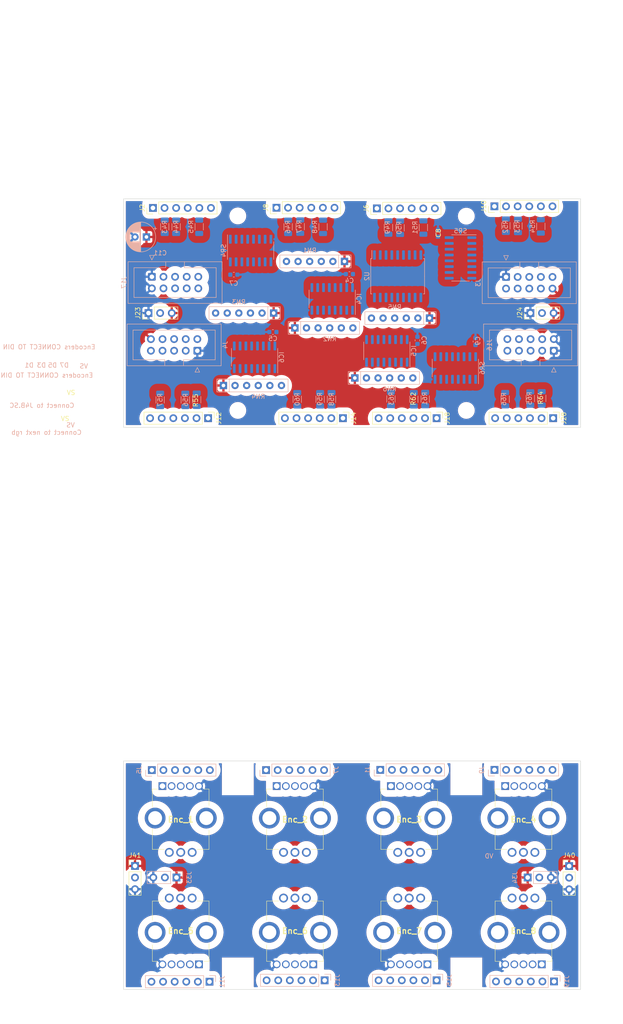
<source format=kicad_pcb>
(kicad_pcb (version 20221018) (generator pcbnew)
  (layers (0 "F.Cu" signal "Dessus.Cu") (31 "B.Cu" signal "Dessous.Cu") (34 "B.Paste" user "Dessous.Pate") (35 "F.Paste" user "Dessus.Pate") (36 "B.SilkS" user "Dessous.SilkS") (37 "F.SilkS" user "Dessus.SilkS") (38 "B.Mask" user "Dessous.Masque") (39 "F.Mask" user "Dessus.Masque") (44 "Edge.Cuts" user "Contours.Ci"))
  (net 0 "")
  (net 1 "GND")
  (net 2 "Red_1")
  (net 3 "Green_1")
  (net 4 "DIN_RC")
  (net 5 "DIN_SC")
  (net 6 "Blue_1")
  (net 7 "Red_2")
  (net 8 "Green_2")
  (net 9 "Blue_2")
  (net 12 "Red_3")
  (net 13 "Green_3")
  (net 14 "Blue_3")
  (net 17 "Red_4")
  (net 18 "Green_4")
  (net 19 "Blue_4")
  (net 22 "Red_5")
  (net 23 "Green_5")
  (net 24 "Blue_5")
  (net 25 "Red_6")
  (net 26 "Green_6")
  (net 27 "Blue_6")
  (net 28 "Red_7")
  (net 29 "Green_7")
  (net 32 "Blue_7")
  (net 33 "Red_8")
  (net 34 "Green_8")
  (net 35 "Blue_8")
  (net 43 "+5V")
  (net 59 "Dout_SC")
  (net 60 "Dout_RC")
  (net 61 "SW1")
  (net 62 "ENC_Blue_1")
  (net 63 "ENC1B")
  (net 64 "ENC1A")
  (net 65 "SW2")
  (net 66 "ENC_Blue_2")
  (net 67 "ENC2A")
  (net 68 "ENC2B")
  (net 69 "SW3")
  (net 70 "ENC_Blue_3")
  (net 71 "ENC3A")
  (net 72 "ENC3B")
  (net 73 "SW4")
  (net 74 "ENC_Blue_4")
  (net 75 "ENC4A")
  (net 76 "ENC4B")
  (net 77 "SW5")
  (net 78 "ENC_Blue_5")
  (net 79 "ENC5B")
  (net 80 "ENC5A")
  (net 81 "SW6")
  (net 82 "ENC_Blue_6")
  (net 83 "ENC6A")
  (net 84 "ENC6B")
  (net 86 "Net-(IC4-DS)")
  (net 87 "Net-(IC5-D4)")
  (net 89 "Net-(IC5-Q7)")
  (net 90 "Net-(IC5-D0)")
  (net 91 "Net-(IC5-D1)")
  (net 92 "Net-(IC5-D2)")
  (net 93 "Net-(IC5-D3)")
  (net 95 "Net-(J23-Pin_2)")
  (net 97 "Net-(J24-Pin_2)")
  (net 98 "Net-(J33-Pin_2)")
  (net 99 "Net-(J34-Pin_2)")
  (net 100 "SW7")
  (net 101 "ENC_Blue_7")
  (net 102 "ENC7A")
  (net 103 "ENC7B")
  (net 104 "SW8")
  (net 105 "ENC_Blue_8")
  (net 106 "ENC8A")
  (net 107 "ENC8B")
  (net 108 "ENC_Red_1")
  (net 109 "ENC_Green_1")
  (net 110 "ENC_Red_2")
  (net 111 "ENC_Green_2")
  (net 112 "ENC_Red_3")
  (net 113 "ENC_Green_3")
  (net 114 "ENC_Red_4")
  (net 115 "ENC_Green_4")
  (net 116 "ENC_Red_5")
  (net 117 "ENC_Green_5")
  (net 118 "ENC_Red_6")
  (net 119 "ENC_Green_6")
  (net 120 "ENC_Red_7")
  (net 121 "ENC_Green_7")
  (net 122 "ENC_Red_8")
  (net 123 "ENC_Green_8")
  (net 124 "GND1")
  (net 125 "+5VA")
  (net 126 "Net-(IC4-Q7)")
  (net 127 "Net-(IC5-DS)")
  (net 128 "SC4")
  (net 129 "SC1")
  (net 130 "SC2")
  (net 131 "SC3")
  (net 132 "Net-(SR4-QA)")
  (net 133 "Net-(SR4-QB)")
  (net 134 "Net-(SR4-QC)")
  (net 135 "Net-(SR4-QD)")
  (net 136 "Net-(SR4-QE)")
  (net 137 "Net-(SR4-QF)")
  (net 138 "Net-(SR4-QG)")
  (net 139 "Net-(SR4-QH)")
  (net 140 "C_ENC1B")
  (net 141 "C_ENC1A")
  (net 142 "C_SW1")
  (net 143 "C_ENC3B")
  (net 144 "C_ENC3A")
  (net 145 "C_ENC4B")
  (net 146 "C_ENC4A")
  (net 147 "C_ENC2B")
  (net 148 "C_ENC2A")
  (net 149 "C_ENC7B")
  (net 150 "C_ENC7A")
  (net 151 "C_ENC8B")
  (net 152 "C_ENC8A")
  (net 153 "C_ENC5B")
  (net 154 "C_ENC5A")
  (net 155 "C_ENC6B")
  (net 156 "C_ENC6A")
  (net 157 "C_SW3")
  (net 158 "C_SW2")
  (net 159 "C_SW4")
  (net 160 "C_SW5")
  (net 161 "C_SW6")
  (net 162 "C_SW7")
  (net 163 "C_SW8")
  (net 164 "Net-(SR5-QA)")
  (net 165 "Net-(SR5-QB)")
  (net 166 "Net-(SR5-QC)")
  (net 167 "Net-(SR5-QD)")
  (net 168 "Net-(SR5-QE)")
  (net 169 "Net-(SR5-QF)")
  (net 170 "Net-(SR5-QG)")
  (net 171 "Net-(SR5-QH)")
  (net 172 "Net-(SR6-QA)")
  (net 173 "Net-(SR6-QB)")
  (net 174 "Net-(SR6-QC)")
  (net 175 "Net-(SR6-QD)")
  (net 176 "Net-(SR6-QE)")
  (net 177 "Net-(SR6-QF)")
  (net 178 "Net-(SR6-QG)")
  (net 179 "Net-(SR6-QH)")
  (net 183 "Net-(IC5-D5)")
  (net 184 "Net-(IC5-D6)")
  (net 185 "Net-(IC5-D7)")
  (footprint "ksir 2022:PEL12T4226FS1024" (layer "F.Cu") (at 153.5 232.5 180)
    (fp_text reference "Enc_8" (at 4 7.313) (layer "F.SilkS") (effects (font (size 1.27 1.27) (thickness 0.254))))
    (fp_text value "PEL12T-4226F-S1024" hide)
    (pad "1" thru_hole rect (at 0 0 180) (size 1.7 1.7) (drill 1.2) (layers "*.Cu" "*.Mask") (net 122 "ENC_Red_8"))
    (pad "2" thru_hole circle (at 2 0 180) (size 1.7 1.7) (drill 1.2) (layers "*.Cu" "*.Mask") (net 123 "ENC_Green_8"))
    (pad "3" thru_hole circle (at 4 0 180) (size 1.7 1.7) (drill 1.2) (layers "*.Cu" "*.Mask") (net 104 "SW8"))
    (pad "4" thru_hole circle (at 6 0 180) (size 1.7 1.7) (drill 1.2) (layers "*.Cu" "*.Mask") (net 105 "ENC_Blue_8"))
    (pad "5" thru_hole circle (at 8 0 180) (size 1.7 1.7) (drill 1.2) (layers "*.Cu" "*.Mask") (net 125 "+5VA"))
    (pad "A1" thru_hole circle (at 1.5 14.5 180) (size 1.95 1.95) (drill 1.3) (layers "*.Cu" "*.Mask") (net 106 "ENC8A"))
    (pad "B1" thru_hole circle (at 6.5 14.5 180) (size 1.95 1.95) (drill 1.3) (layers "*.Cu" "*.Mask") (net 107 "ENC8B"))
    (pad "C1" thru_hole circle (at 4 14.5 180) (size 1.95 1.95) (drill 1.3) (layers "*.Cu" "*.Mask") (net 124 "GND1"))
    (pad "MH1" thru_hole circle (at -1.6 7 180) (size 4.56 4.56) (drill 3.04) (layers "*.Cu" "*.Mask"))
    (pad "MH2" thru_hole circle (at 9.6 7 180) (size 4.56 4.56) (drill 3.04) (layers "*.Cu" "*.Mask"))
  )
  (footprint "ksir 2022:PEL12T4226FS1024" (layer "F.Cu") (at 145.5 193.5)
    (fp_text reference "Enc_4" (at 4 7.313) (layer "F.SilkS") (effects (font (size 1.27 1.27) (thickness 0.254))))
    (fp_text value "PEL12T-4226F-S1024" hide)
    (pad "1" thru_hole rect (at 0 0) (size 1.7 1.7) (drill 1.2) (layers "*.Cu" "*.Mask") (net 114 "ENC_Red_4"))
    (pad "2" thru_hole circle (at 2 0) (size 1.7 1.7) (drill 1.2) (layers "*.Cu" "*.Mask") (net 115 "ENC_Green_4"))
    (pad "3" thru_hole circle (at 4 0) (size 1.7 1.7) (drill 1.2) (layers "*.Cu" "*.Mask") (net 73 "SW4"))
    (pad "4" thru_hole circle (at 6 0) (size 1.7 1.7) (drill 1.2) (layers "*.Cu" "*.Mask") (net 74 "ENC_Blue_4"))
    (pad "5" thru_hole circle (at 8 0) (size 1.7 1.7) (drill 1.2) (layers "*.Cu" "*.Mask") (net 125 "+5VA"))
    (pad "A1" thru_hole circle (at 1.5 14.5) (size 1.95 1.95) (drill 1.3) (layers "*.Cu" "*.Mask") (net 75 "ENC4A"))
    (pad "B1" thru_hole circle (at 6.5 14.5) (size 1.95 1.95) (drill 1.3) (layers "*.Cu" "*.Mask") (net 76 "ENC4B"))
    (pad "C1" thru_hole circle (at 4 14.5) (size 1.95 1.95) (drill 1.3) (layers "*.Cu" "*.Mask") (net 124 "GND1"))
    (pad "MH1" thru_hole circle (at -1.6 7) (size 4.56 4.56) (drill 3.04) (layers "*.Cu" "*.Mask"))
    (pad "MH2" thru_hole circle (at 9.6 7) (size 4.56 4.56) (drill 3.04) (layers "*.Cu" "*.Mask"))
  )
  (footprint "MountingHole:MountingHole_3.2mm_M3" (layer "F.Cu") (at 87 234.55)
    (fp_text reference "H3" hide)
    (fp_text value "MountingHole" hide)
    (pad "" np_thru_hole circle (at 0 0) (size 3.2 3.2) (drill 3.2) (layers "*.Cu" "*.Mask"))
  )
  (footprint "MountingHole:MountingHole_3.2mm_M3" (layer "F.Cu") (at 137 68.8)
    (fp_text reference "H6" hide)
    (fp_text value "MountingHole" hide)
    (pad "" np_thru_hole circle (at 0 0) (size 3.2 3.2) (drill 3.2) (layers "*.Cu" "*.Mask"))
  )
  (footprint "MountingHole:MountingHole_3.2mm_M3" (layer "F.Cu") (at 87 192)
    (fp_text reference "H1" hide)
    (fp_text value "MountingHole" hide)
    (pad "" np_thru_hole circle (at 0 0) (size 3.2 3.2) (drill 3.2) (layers "*.Cu" "*.Mask"))
  )
  (footprint "Connector_PinHeader_2.54mm:PinHeader_1x06_P2.54mm_Vertical" (layer "F.Cu") (at 143.15 66.65 90)
    (fp_text reference "J10" (at 0 -2.33 90) (layer "F.SilkS"))
    (fp_text value "Conn_01x06_Pin")
    (pad "1" thru_hole rect (at 0 0 90) (size 1.7 1.7) (drill 1) (layers "*.Cu" "*.Mask") (net 146 "C_ENC4A"))
    (pad "2" thru_hole oval (at 0 2.54 90) (size 1.7 1.7) (drill 1) (layers "*.Cu" "*.Mask") (net 17 "Red_4"))
    (pad "3" thru_hole oval (at 0 5.08 90) (size 1.7 1.7) (drill 1) (layers "*.Cu" "*.Mask") (net 18 "Green_4"))
    (pad "4" thru_hole oval (at 0 7.62 90) (size 1.7 1.7) (drill 1) (layers "*.Cu" "*.Mask") (net 159 "C_SW4"))
    (pad "5" thru_hole oval (at 0 10.16 90) (size 1.7 1.7) (drill 1) (layers "*.Cu" "*.Mask") (net 19 "Blue_4"))
    (pad "6" thru_hole oval (at 0 12.7 90) (size 1.7 1.7) (drill 1) (layers "*.Cu" "*.Mask") (net 145 "C_ENC4B"))
  )
  (footprint "Connector_PinHeader_2.54mm:PinHeader_1x06_P2.54mm_Vertical" (layer "F.Cu") (at 80.5 113 -90)
    (fp_text reference "J12" (at 0 -2.33 90) (layer "F.SilkS"))
    (fp_text value "Conn_01x06_Pin")
    (pad "1" thru_hole rect (at 0 0 270) (size 1.7 1.7) (drill 1) (layers "*.Cu" "*.Mask") (net 154 "C_ENC5A"))
    (pad "2" thru_hole oval (at 0 2.54 270) (size 1.7 1.7) (drill 1) (layers "*.Cu" "*.Mask") (net 22 "Red_5"))
    (pad "3" thru_hole oval (at 0 5.08 270) (size 1.7 1.7) (drill 1) (layers "*.Cu" "*.Mask") (net 23 "Green_5"))
    (pad "4" thru_hole oval (at 0 7.62 270) (size 1.7 1.7) (drill 1) (layers "*.Cu" "*.Mask") (net 160 "C_SW5"))
    (pad "5" thru_hole oval (at 0 10.16 270) (size 1.7 1.7) (drill 1) (layers "*.Cu" "*.Mask") (net 24 "Blue_5"))
    (pad "6" thru_hole oval (at 0 12.7 270) (size 1.7 1.7) (drill 1) (layers "*.Cu" "*.Mask") (net 153 "C_ENC5B"))
  )
  (footprint "ksir 2022:PEL12T4226FS1024" (layer "F.Cu") (at 78.5 232.5 180)
    (fp_text reference "Enc_5" (at 4 7.313) (layer "F.SilkS") (effects (font (size 1.27 1.27) (thickness 0.254))))
    (fp_text value "PEL12T-4226F-S1024" hide)
    (pad "1" thru_hole rect (at 0 0 180) (size 1.7 1.7) (drill 1.2) (layers "*.Cu" "*.Mask") (net 116 "ENC_Red_5"))
    (pad "2" thru_hole circle (at 2 0 180) (size 1.7 1.7) (drill 1.2) (layers "*.Cu" "*.Mask") (net 117 "ENC_Green_5"))
    (pad "3" thru_hole circle (at 4 0 180) (size 1.7 1.7) (drill 1.2) (layers "*.Cu" "*.Mask") (net 77 "SW5"))
    (pad "4" thru_hole circle (at 6 0 180) (size 1.7 1.7) (drill 1.2) (layers "*.Cu" "*.Mask") (net 78 "ENC_Blue_5"))
    (pad "5" thru_hole circle (at 8 0 180) (size 1.7 1.7) (drill 1.2) (layers "*.Cu" "*.Mask") (net 125 "+5VA"))
    (pad "A1" thru_hole circle (at 1.5 14.5 180) (size 1.95 1.95) (drill 1.3) (layers "*.Cu" "*.Mask") (net 80 "ENC5A"))
    (pad "B1" thru_hole circle (at 6.5 14.5 180) (size 1.95 1.95) (drill 1.3) (layers "*.Cu" "*.Mask") (net 79 "ENC5B"))
    (pad "C1" thru_hole circle (at 4 14.5 180) (size 1.95 1.95) (drill 1.3) (layers "*.Cu" "*.Mask") (net 124 "GND1"))
    (pad "MH1" thru_hole circle (at -1.6 7 180) (size 4.56 4.56) (drill 3.04) (layers "*.Cu" "*.Mask"))
    (pad "MH2" thru_hole circle (at 9.6 7 180) (size 4.56 4.56) (drill 3.04) (layers "*.Cu" "*.Mask"))
  )
  (footprint "Connector_PinHeader_2.54mm:PinHeader_1x06_P2.54mm_Vertical" (layer "F.Cu") (at 117.42 67.1 90)
    (fp_text reference "J6" (at 0 -2.33 90) (layer "F.SilkS"))
    (fp_text value "Conn_01x06_Pin")
    (pad "1" thru_hole rect (at 0 0 90) (size 1.7 1.7) (drill 1) (layers "*.Cu" "*.Mask") (net 144 "C_ENC3A"))
    (pad "2" thru_hole oval (at 0 2.54 90) (size 1.7 1.7) (drill 1) (layers "*.Cu" "*.Mask") (net 12 "Red_3"))
    (pad "3" thru_hole oval (at 0 5.08 90) (size 1.7 1.7) (drill 1) (layers "*.Cu" "*.Mask") (net 13 "Green_3"))
    (pad "4" thru_hole oval (at 0 7.62 90) (size 1.7 1.7) (drill 1) (layers "*.Cu" "*.Mask") (net 157 "C_SW3"))
    (pad "5" thru_hole oval (at 0 10.16 90) (size 1.7 1.7) (drill 1) (layers "*.Cu" "*.Mask") (net 14 "Blue_3"))
    (pad "6" thru_hole oval (at 0 12.7 90) (size 1.7 1.7) (drill 1) (layers "*.Cu" "*.Mask") (net 143 "C_ENC3B"))
  )
  (footprint "MountingHole:MountingHole_3.2mm_M3" (layer "F.Cu") (at 87 68.75)
    (fp_text reference "H5" hide)
    (fp_text value "MountingHole" hide)
    (pad "" np_thru_hole circle (at 0 0) (size 3.2 3.2) (drill 3.2) (layers "*.Cu" "*.Mask"))
  )
  (footprint "ksir 2022:PEL12T4226FS1024" (layer "F.Cu") (at 103.5 232.5 180)
    (fp_text reference "Enc_6" (at 4 7.313) (layer "F.SilkS") (effects (font (size 1.27 1.27) (thickness 0.254))))
    (fp_text value "PEL12T-4226F-S1024" hide)
    (pad "1" thru_hole rect (at 0 0 180) (size 1.7 1.7) (drill 1.2) (layers "*.Cu" "*.Mask") (net 118 "ENC_Red_6"))
    (pad "2" thru_hole circle (at 2 0 180) (size 1.7 1.7) (drill 1.2) (layers "*.Cu" "*.Mask") (net 119 "ENC_Green_6"))
    (pad "3" thru_hole circle (at 4 0 180) (size 1.7 1.7) (drill 1.2) (layers "*.Cu" "*.Mask") (net 81 "SW6"))
    (pad "4" thru_hole circle (at 6 0 180) (size 1.7 1.7) (drill 1.2) (layers "*.Cu" "*.Mask") (net 82 "ENC_Blue_6"))
    (pad "5" thru_hole circle (at 8 0 180) (size 1.7 1.7) (drill 1.2) (layers "*.Cu" "*.Mask") (net 125 "+5VA"))
    (pad "A1" thru_hole circle (at 1.5 14.5 180) (size 1.95 1.95) (drill 1.3) (layers "*.Cu" "*.Mask") (net 83 "ENC6A"))
    (pad "B1" thru_hole circle (at 6.5 14.5 180) (size 1.95 1.95) (drill 1.3) (layers "*.Cu" "*.Mask") (net 84 "ENC6B"))
    (pad "C1" thru_hole circle (at 4 14.5 180) (size 1.95 1.95) (drill 1.3) (layers "*.Cu" "*.Mask") (net 124 "GND1"))
    (pad "MH1" thru_hole circle (at -1.6 7 180) (size 4.56 4.56) (drill 3.04) (layers "*.Cu" "*.Mask"))
    (pad "MH2" thru_hole circle (at 9.6 7 180) (size 4.56 4.56) (drill 3.04) (layers "*.Cu" "*.Mask"))
  )
  (footprint "Connector_PinHeader_2.54mm:PinHeader_1x03_P2.54mm_Vertical" (layer "F.Cu") (at 64.5 210.975)
    (fp_text reference "J41" (at 0 -2.33) (layer "F.SilkS"))
    (fp_text value "Conn_01x03_Pin")
    (pad "1" thru_hole rect (at 0 0) (size 1.7 1.7) (drill 1) (layers "*.Cu" "*.Mask") (net 124 "GND1"))
    (pad "2" thru_hole oval (at 0 2.54) (size 1.7 1.7) (drill 1) (layers "*.Cu" "*.Mask") (net 99 "Net-(J34-Pin_2)"))
    (pad "3" thru_hole oval (at 0 5.08) (size 1.7 1.7) (drill 1) (layers "*.Cu" "*.Mask") (net 125 "+5VA"))
  )
  (footprint "ksir 2022:PEL12T4226FS1024" (layer "F.Cu") (at 70.5 193.5)
    (fp_text reference "Enc_1" (at 4 7.313) (layer "F.SilkS") (effects (font (size 1.27 1.27) (thickness 0.254))))
    (fp_text value "PEL12T-4226F-S1024" hide)
    (pad "1" thru_hole rect (at 0 0) (size 1.7 1.7) (drill 1.2) (layers "*.Cu" "*.Mask") (net 108 "ENC_Red_1"))
    (pad "2" thru_hole circle (at 2 0) (size 1.7 1.7) (drill 1.2) (layers "*.Cu" "*.Mask") (net 109 "ENC_Green_1"))
    (pad "3" thru_hole circle (at 4 0) (size 1.7 1.7) (drill 1.2) (layers "*.Cu" "*.Mask") (net 61 "SW1"))
    (pad "4" thru_hole circle (at 6 0) (size 1.7 1.7) (drill 1.2) (layers "*.Cu" "*.Mask") (net 62 "ENC_Blue_1"))
    (pad "5" thru_hole circle (at 8 0) (size 1.7 1.7) (drill 1.2) (layers "*.Cu" "*.Mask") (net 125 "+5VA"))
    (pad "A1" thru_hole circle (at 1.5 14.5) (size 1.95 1.95) (drill 1.3) (layers "*.Cu" "*.Mask") (net 64 "ENC1A"))
    (pad "B1" thru_hole circle (at 6.5 14.5) (size 1.95 1.95) (drill 1.3) (layers "*.Cu" "*.Mask") (net 63 "ENC1B"))
    (pad "C1" thru_hole circle (at 4 14.5) (size 1.95 1.95) (drill 1.3) (layers "*.Cu" "*.Mask") (net 124 "GND1"))
    (pad "MH1" thru_hole circle (at -1.6 7) (size 4.56 4.56) (drill 3.04) (layers "*.Cu" "*.Mask"))
    (pad "MH2" thru_hole circle (at 9.6 7) (size 4.56 4.56) (drill 3.04) (layers "*.Cu" "*.Mask"))
  )
  (footprint "ksir 2022:PEL12T4226FS1024" (layer "F.Cu") (at 120.5 193.5)
    (fp_text reference "Enc_3" (at 4 7.313) (layer "F.SilkS") (effects (font (size 1.27 1.27) (thickness 0.254))))
    (fp_text value "PEL12T-4226F-S1024" hide)
    (pad "1" thru_hole rect (at 0 0) (size 1.7 1.7) (drill 1.2) (layers "*.Cu" "*.Mask") (net 112 "ENC_Red_3"))
    (pad "2" thru_hole circle (at 2 0) (size 1.7 1.7) (drill 1.2) (layers "*.Cu" "*.Mask") (net 113 "ENC_Green_3"))
    (pad "3" thru_hole circle (at 4 0) (size 1.7 1.7) (drill 1.2) (layers "*.Cu" "*.Mask") (net 69 "SW3"))
    (pad "4" thru_hole circle (at 6 0) (size 1.7 1.7) (drill 1.2) (layers "*.Cu" "*.Mask") (net 70 "ENC_Blue_3"))
    (pad "5" thru_hole circle (at 8 0) (size 1.7 1.7) (drill 1.2) (layers "*.Cu" "*.Mask") (net 125 "+5VA"))
    (pad "A1" thru_hole circle (at 1.5 14.5) (size 1.95 1.95) (drill 1.3) (layers "*.Cu" "*.Mask") (net 71 "ENC3A"))
    (pad "B1" thru_hole circle (at 6.5 14.5) (size 1.95 1.95) (drill 1.3) (layers "*.Cu" "*.Mask") (net 72 "ENC3B"))
    (pad "C1" thru_hole circle (at 4 14.5) (size 1.95 1.95) (drill 1.3) (layers "*.Cu" "*.Mask") (net 124 "GND1"))
    (pad "MH1" thru_hole circle (at -1.6 7) (size 4.56 4.56) (drill 3.04) (layers "*.Cu" "*.Mask"))
    (pad "MH2" thru_hole circle (at 9.6 7) (size 4.56 4.56) (drill 3.04) (layers "*.Cu" "*.Mask"))
  )
  (footprint "Connector_PinHeader_2.54mm:PinHeader_1x03_P2.54mm_Vertical" (layer "F.Cu") (at 159.5 211)
    (fp_text reference "J40" (at 0 -2.33) (layer "F.SilkS"))
    (fp_text value "Conn_01x03_Pin")
    (pad "1" thru_hole rect (at 0 0) (size 1.7 1.7) (drill 1) (layers "*.Cu" "*.Mask") (net 124 "GND1"))
    (pad "2" thru_hole oval (at 0 2.54) (size 1.7 1.7) (drill 1) (layers "*.Cu" "*.Mask") (net 98 "Net-(J33-Pin_2)"))
    (pad "3" thru_hole oval (at 0 5.08) (size 1.7 1.7) (drill 1) (layers "*.Cu" "*.Mask") (net 125 "+5VA"))
  )
  (footprint "MountingHole:MountingHole_3.2mm_M3" (layer "F.Cu") (at 87 111.3)
    (fp_text reference "H7" hide)
    (fp_text value "MountingHole" hide)
    (pad "" np_thru_hole circle (at 0 0) (size 3.2 3.2) (drill 3.2) (layers "*.Cu" "*.Mask"))
  )
  (footprint "Connector_PinHeader_2.54mm:PinHeader_1x06_P2.54mm_Vertical" (layer "F.Cu") (at 110 113 -90)
    (fp_text reference "J14" (at 0 -2.33 90) (layer "F.SilkS"))
    (fp_text value "Conn_01x06_Pin")
    (pad "1" thru_hole rect (at 0 0 270) (size 1.7 1.7) (drill 1) (layers "*.Cu" "*.Mask") (net 156 "C_ENC6A"))
    (pad "2" thru_hole oval (at 0 2.54 270) (size 1.7 1.7) (drill 1) (layers "*.Cu" "*.Mask") (net 25 "Red_6"))
    (pad "3" thru_hole oval (at 0 5.08 270) (size 1.7 1.7) (drill 1) (layers "*.Cu" "*.Mask") (net 26 "Green_6"))
    (pad "4" thru_hole oval (at 0 7.62 270) (size 1.7 1.7) (drill 1) (layers "*.Cu" "*.Mask") (net 161 "C_SW6"))
    (pad "5" thru_hole oval (at 0 10.16 270) (size 1.7 1.7) (drill 1) (layers "*.Cu" "*.Mask") (net 27 "Blue_6"))
    (pad "6" thru_hole oval (at 0 12.7 270) (size 1.7 1.7) (drill 1) (layers "*.Cu" "*.Mask") (net 155 "C_ENC6B"))
  )
  (footprint "Connector_PinHeader_2.54mm:PinHeader_1x03_P2.54mm_Vertical" (layer "F.Cu") (at 67.46 90 90)
    (fp_text reference "J23" (at 0 -2.33 90) (layer "F.SilkS"))
    (fp_text value "Conn_01x03_Pin")
    (pad "1" thru_hole rect (at 0 0 90) (size 1.7 1.7) (drill 1) (layers "*.Cu" "*.Mask") (net 1 "GND"))
    (pad "2" thru_hole oval (at 0 2.54 90) (size 1.7 1.7) (drill 1) (layers "*.Cu" "*.Mask") (net 95 "Net-(J23-Pin_2)"))
    (pad "3" thru_hole oval (at 0 5.08 90) (size 1.7 1.7) (drill 1) (layers "*.Cu" "*.Mask") (net 43 "+5V"))
  )
  (footprint "MountingHole:MountingHole_3.2mm_M3" (layer "F.Cu") (at 137 234.55)
    (fp_text reference "H4" hide)
    (fp_text value "MountingHole" hide)
    (pad "" np_thru_hole circle (at 0 0) (size 3.2 3.2) (drill 3.2) (layers "*.Cu" "*.Mask"))
  )
  (footprint "Connector_PinHeader_2.54mm:PinHeader_1x06_P2.54mm_Vertical" (layer "F.Cu") (at 130.5 113 -90)
    (fp_text reference "J18" (at 0 -2.33 90) (layer "F.SilkS"))
    (fp_text value "Conn_01x06_Pin")
    (pad "1" thru_hole rect (at 0 0 270) (size 1.7 1.7) (drill 1) (layers "*.Cu" "*.Mask") (net 150 "C_ENC7A"))
    (pad "2" thru_hole oval (at 0 2.54 270) (size 1.7 1.7) (drill 1) (layers "*.Cu" "*.Mask") (net 28 "Red_7"))
    (pad "3" thru_hole oval (at 0 5.08 270) (size 1.7 1.7) (drill 1) (layers "*.Cu" "*.Mask") (net 29 "Green_7"))
    (pad "4" thru_hole oval (at 0 7.62 270) (size 1.7 1.7) (drill 1) (layers "*.Cu" "*.Mask") (net 162 "C_SW7"))
    (pad "5" thru_hole oval (at 0 10.16 270) (size 1.7 1.7) (drill 1) (layers "*.Cu" "*.Mask") (net 32 "Blue_7"))
    (pad "6" thru_hole oval (at 0 12.7 270) (size 1.7 1.7) (drill 1) (layers "*.Cu" "*.Mask") (net 149 "C_ENC7B"))
  )
  (footprint "MountingHole:MountingHole_3.2mm_M3" (layer "F.Cu") (at 137 192.05)
    (fp_text reference "H2" hide)
    (fp_text value "MountingHole" hide)
    (pad "" np_thru_hole circle (at 0 0) (size 3.2 3.2) (drill 3.2) (layers "*.Cu" "*.Mask"))
  )
  (footprint "ksir 2022:PEL12T4226FS1024" (layer "F.Cu") (at 128.5 232.5 180)
    (fp_text reference "Enc_7" (at 4 7.313) (layer "F.SilkS") (effects (font (size 1.27 1.27) (thickness 0.254))))
    (fp_text value "PEL12T-4226F-S1024" hide)
    (pad "1" thru_hole rect (at 0 0 180) (size 1.7 1.7) (drill 1.2) (layers "*.Cu" "*.Mask") (net 120 "ENC_Red_7"))
    (pad "2" thru_hole circle (at 2 0 180) (size 1.7 1.7) (drill 1.2) (layers "*.Cu" "*.Mask") (net 121 "ENC_Green_7"))
    (pad "3" thru_hole circle (at 4 0 180) (size 1.7 1.7) (drill 1.2) (layers "*.Cu" "*.Mask") (net 100 "SW7"))
    (pad "4" thru_hole circle (at 6 0 180) (size 1.7 1.7) (drill 1.2) (layers "*.Cu" "*.Mask") (net 101 "ENC_Blue_7"))
    (pad "5" thru_hole circle (at 8 0 180) (size 1.7 1.7) (drill 1.2) (layers "*.Cu" "*.Mask") (net 125 "+5VA"))
    (pad "A1" thru_hole circle (at 1.5 14.5 180) (size 1.95 1.95) (drill 1.3) (layers "*.Cu" "*.Mask") (net 102 "ENC7A"))
    (pad "B1" thru_hole circle (at 6.5 14.5 180) (size 1.95 1.95) (drill 1.3) (layers "*.Cu" "*.Mask") (net 103 "ENC7B"))
    (pad "C1" thru_hole circle (at 4 14.5 180) (size 1.95 1.95) (drill 1.3) (layers "*.Cu" "*.Mask") (net 124 "GND1"))
    (pad "MH1" thru_hole circle (at -1.6 7 180) (size 4.56 4.56) (drill 3.04) (layers "*.Cu" "*.Mask"))
    (pad "MH2" thru_hole circle (at 9.6 7 180) (size 4.56 4.56) (drill 3.04) (layers "*.Cu" "*.Mask"))
  )
  (footprint "Connector_PinHeader_2.54mm:PinHeader_1x06_P2.54mm_Vertical" (layer "F.Cu") (at 68.42 67 90)
    (fp_text reference "J2" (at 0 -2.33 90) (layer "F.SilkS"))
    (fp_text value "Conn_01x06_Pin")
    (pad "1" thru_hole rect (at 0 0 90) (size 1.7 1.7) (drill 1) (layers "*.Cu" "*.Mask") (net 141 "C_ENC1A"))
    (pad "2" thru_hole oval (at 0 2.54 90) (size 1.7 1.7) (drill 1) (layers "*.Cu" "*.Mask") (net 2 "Red_1"))
    (pad "3" thru_hole oval (at 0 5.08 90) (size 1.7 1.7) (drill 1) (layers "*.Cu" "*.Mask") (net 3 "Green_1"))
    (pad "4" thru_hole oval (at 0 7.62 90) (size 1.7 1.7) (drill 1) (layers "*.Cu" "*.Mask") (net 142 "C_SW1"))
    (pad "5" thru_hole oval (at 0 10.16 90) (size 1.7 1.7) (drill 1) (layers "*.Cu" "*.Mask") (net 6 "Blue_1"))
    (pad "6" thru_hole oval (at 0 12.7 90) (size 1.7 1.7) (drill 1) (layers "*.Cu" "*.Mask") (net 140 "C_ENC1B"))
  )
  (footprint "Connector_PinHeader_2.54mm:PinHeader_1x06_P2.54mm_Vertical" (layer "F.Cu") (at 95.45 66.95 90)
    (fp_text reference "J8" (at 0 -2.33 90) (layer "F.SilkS"))
    (fp_text value "Conn_01x06_Pin")
    (pad "1" thru_hole rect (at 0 0 90) (size 1.7 1.7) (drill 1) (layers "*.Cu" "*.Mask") (net 148 "C_ENC2A"))
    (pad "2" thru_hole oval (at 0 2.54 90) (size 1.7 1.7) (drill 1) (layers "*.Cu" "*.Mask") (net 7 "Red_2"))
    (pad "3" thru_hole oval (at 0 5.08 90) (size 1.7 1.7) (drill 1) (layers "*.Cu" "*.Mask") (net 8 "Green_2"))
    (pad "4" thru_hole oval (at 0 7.62 90) (size 1.7 1.7) (drill 1) (layers "*.Cu" "*.Mask") (net 158 "C_SW2"))
    (pad "5" thru_hole oval (at 0 10.16 90) (size 1.7 1.7) (drill 1) (layers "*.Cu" "*.Mask") (net 9 "Blue_2"))
    (pad "6" thru_hole oval (at 0 12.7 90) (size 1.7 1.7) (drill 1) (layers "*.Cu" "*.Mask") (net 147 "C_ENC2B"))
  )
  (footprint "Connector_PinHeader_2.54mm:PinHeader_1x06_P2.54mm_Vertical" (layer "F.Cu") (at 156 113 -90)
    (fp_text reference "J28" (at 0 -2.33 90) (layer "F.SilkS"))
    (fp_text value "Conn_01x06_Pin")
    (pad "1" thru_hole rect (at 0 0 270) (size 1.7 1.7) (drill 1) (layers "*.Cu" "*.Mask") (net 152 "C_ENC8A"))
    (pad "2" thru_hole oval (at 0 2.54 270) (size 1.7 1.7) (drill 1) (layers "*.Cu" "*.Mask") (net 33 "Red_8"))
    (pad "3" thru_hole oval (at 0 5.08 270) (size 1.7 1.7) (drill 1) (layers "*.Cu" "*.Mask") (net 34 "Green_8"))
    (pad "4" thru_hole oval (at 0 7.62 270) (size 1.7 1.7) (drill 1) (layers "*.Cu" "*.Mask") (net 163 "C_SW8"))
    (pad "5" thru_hole oval (at 0 10.16 270) (size 1.7 1.7) (drill 1) (layers "*.Cu" "*.Mask") (net 35 "Blue_8"))
    (pad "6" thru_hole oval (at 0 12.7 270) (size 1.7 1.7) (drill 1) (layers "*.Cu" "*.Mask") (net 151 "C_ENC8B"))
  )
  (footprint "Connector_PinHeader_2.54mm:PinHeader_1x03_P2.54mm_Vertical" (layer "F.Cu") (at 151.02 90 90)
    (fp_text reference "J24" (at 0 -2.33 90) (layer "F.SilkS"))
    (fp_text value "Conn_01x03_Pin")
    (pad "1" thru_hole rect (at 0 0 90) (size 1.7 1.7) (drill 1) (layers "*.Cu" "*.Mask") (net 1 "GND"))
    (pad "2" thru_hole oval (at 0 2.54 90) (size 1.7 1.7) (drill 1) (layers "*.Cu" "*.Mask") (net 97 "Net-(J24-Pin_2)"))
    (pad "3" thru_hole oval (at 0 5.08 90) (size 1.7 1.7) (drill 1) (layers "*.Cu" "*.Mask") (net 43 "+5V"))
  )
  (footprint "ksir 2022:PEL12T4226FS1024" (layer "F.Cu") (at 95.5 193.5)
    (fp_text reference "Enc_2" (at 4 7.313) (layer "F.SilkS") (effects (font (size 1.27 1.27) (thickness 0.254))))
    (fp_text value "PEL12T-4226F-S1024" hide)
    (pad "1" thru_hole rect (at 0 0) (size 1.7 1.7) (drill 1.2) (layers "*.Cu" "*.Mask") (net 110 "ENC_Red_2"))
    (pad "2" thru_hole circle (at 2 0) (size 1.7 1.7) (drill 1.2) (layers "*.Cu" "*.Mask") (net 111 "ENC_Green_2"))
    (pad "3" thru_hole circle (at 4 0) (size 1.7 1.7) (drill 1.2) (layers "*.Cu" "*.Mask") (net 65 "SW2"))
    (pad "4" thru_hole circle (at 6 0) (size 1.7 1.7) (drill 1.2) (layers "*.Cu" "*.Mask") (net 66 "ENC_Blue_2"))
    (pad "5" thru_hole circle (at 8 0) (size 1.7 1.7) (drill 1.2) (layers "*.Cu" "*.Mask") (net 125 "+5VA"))
    (pad "A1" thru_hole circle (at 1.5 14.5) (size 1.95 1.95) (drill 1.3) (layers "*.Cu" "*.Mask") (net 67 "ENC2A"))
    (pad "B1" thru_hole circle (at 6.5 14.5) (size 1.95 1.95) (drill 1.3) (layers "*.Cu" "*.Mask") (net 68 "ENC2B"))
    (pad "C1" thru_hole circle (at 4 14.5) (size 1.95 1.95) (drill 1.3) (layers "*.Cu" "*.Mask") (net 124 "GND1"))
    (pad "MH1" thru_hole circle (at -1.6 7) (size 4.56 4.56) (drill 3.04) (layers "*.Cu" "*.Mask"))
    (pad "MH2" thru_hole circle (at 9.6 7) (size 4.56 4.56) (drill 3.04) (layers "*.Cu" "*.Mask"))
  )
  (footprint "MountingHole:MountingHole_3.2mm_M3" (layer "F.Cu") (at 137 111.3)
    (fp_text reference "H8" hide)
    (fp_text value "MountingHole" hide)
    (pad "" np_thru_hole circle (at 0 0) (size 3.2 3.2) (drill 3.2) (layers "*.Cu" "*.Mask"))
  )
  (footprint "Connector_IDC:IDC-Header_2x05_P2.54mm_Vertical" (layer "B.Cu") (at 145.69 82.1 -90)
    (fp_text reference "J3" (at 1.27 6.1 -270) (layer "B.SilkS") (effects (justify mirror)))
    (fp_text value "IDC-Header_2x05_P2.54mm_Vertical")
    (pad "1" thru_hole roundrect (at 0 0 270) (size 1.7 1.7) (drill 1) (layers "*.Cu" "*.Mask") (roundrect_rratio 0.1470588235) (net 1 "GND"))
    (pad "2" thru_hole circle (at 2.54 0 270) (size 1.7 1.7) (drill 1) (layers "*.Cu" "*.Mask"))
    (pad "3" thru_hole circle (at 0 -2.54 270) (size 1.7 1.7) (drill 1) (layers "*.Cu" "*.Mask"))
    (pad "4" thru_hole circle (at 2.54 -2.54 270) (size 1.7 1.7) (drill 1) (layers "*.Cu" "*.Mask"))
    (pad "5" thru_hole circle (at 0 -5.08 270) (size 1.7 1.7) (drill 1) (layers "*.Cu" "*.Mask"))
    (pad "6" thru_hole circle (at 2.54 -5.08 270) (size 1.7 1.7) (drill 1) (layers "*.Cu" "*.Mask") (net 97 "Net-(J24-Pin_2)"))
    (pad "7" thru_hole circle (at 0 -7.62 270) (size 1.7 1.7) (drill 1) (layers "*.Cu" "*.Mask"))
    (pad "8" thru_hole circle (at 2.54 -7.62 270) (size 1.7 1.7) (drill 1) (layers "*.Cu" "*.Mask"))
    (pad "9" thru_hole circle (at 0 -10.16 270) (size 1.7 1.7) (drill 1) (layers "*.Cu" "*.Mask"))
    (pad "10" thru_hole circle (at 2.54 -10.16 270) (size 1.7 1.7) (drill 1) (layers "*.Cu" "*.Mask") (net 43 "+5V"))
  )
  (footprint "Capacitor_SMD:C_0603_1608Metric" (layer "B.Cu") (at 126.3 95.975 -90)
    (fp_text reference "C6" (at -0.025 -1.5 90) (layer "B.SilkS") (effects (justify mirror)))
    (fp_text value "100NF")
    (pad "1" smd roundrect (at -0.775 0 270) (size 0.9 0.95) (layers "B.Cu" "B.Paste" "B.Mask") (net 1 "GND"))
    (pad "2" smd roundrect (at 0.775 0 270) (size 0.9 0.95) (layers "B.Cu" "B.Paste" "B.Mask") (net 43 "+5V"))
  )
  (footprint "Connector_PinSocket_2.54mm:PinSocket_1x06_P2.54mm_Vertical" (layer "B.Cu") (at 143.16 189.95 -90)
    (fp_text reference "J9" (at 0 2.77 90) (layer "B.SilkS") (effects (justify mirror)))
    (fp_text value "Conn_01x06_Socket")
    (pad "1" thru_hole rect (at 0 0 270) (size 1.7 1.7) (drill 1) (layers "*.Cu" "*.Mask") (net 75 "ENC4A"))
    (pad "2" thru_hole oval (at 0 -2.54 270) (size 1.7 1.7) (drill 1) (layers "*.Cu" "*.Mask") (net 114 "ENC_Red_4"))
    (pad "3" thru_hole oval (at 0 -5.08 270) (size 1.7 1.7) (drill 1) (layers "*.Cu" "*.Mask") (net 115 "ENC_Green_4"))
    (pad "4" thru_hole oval (at 0 -7.62 270) (size 1.7 1.7) (drill 1) (layers "*.Cu" "*.Mask") (net 73 "SW4"))
    (pad "5" thru_hole oval (at 0 -10.16 270) (size 1.7 1.7) (drill 1) (layers "*.Cu" "*.Mask") (net 74 "ENC_Blue_4"))
    (pad "6" thru_hole oval (at 0 -12.7 270) (size 1.7 1.7) (drill 1) (layers "*.Cu" "*.Mask") (net 76 "ENC4B"))
  )
  (footprint "Connector_PinSocket_2.54mm:PinSocket_1x06_P2.54mm_Vertical" (layer "B.Cu") (at 156.19 236.25 90)
    (fp_text reference "J19" (at 0 2.77 90) (layer "B.SilkS") (effects (justify mirror)))
    (fp_text value "Conn_01x06_Socket")
    (pad "1" thru_hole rect (at 0 0 90) (size 1.7 1.7) (drill 1) (layers "*.Cu" "*.Mask") (net 106 "ENC8A"))
    (pad "2" thru_hole oval (at 0 -2.54 90) (size 1.7 1.7) (drill 1) (layers "*.Cu" "*.Mask") (net 122 "ENC_Red_8"))
    (pad "3" thru_hole oval (at 0 -5.08 90) (size 1.7 1.7) (drill 1) (layers "*.Cu" "*.Mask") (net 123 "ENC_Green_8"))
    (pad "4" thru_hole oval (at 0 -7.62 90) (size 1.7 1.7) (drill 1) (layers "*.Cu" "*.Mask") (net 104 "SW8"))
    (pad "5" thru_hole oval (at 0 -10.16 90) (size 1.7 1.7) (drill 1) (layers "*.Cu" "*.Mask") (net 105 "ENC_Blue_8"))
    (pad "6" thru_hole oval (at 0 -12.7 90) (size 1.7 1.7) (drill 1) (layers "*.Cu" "*.Mask") (net 107 "ENC8B"))
  )
  (footprint "Resistor_SMD:R_1206_3216Metric" (layer "B.Cu") (at 120.5 108.7875 90)
    (fp_text reference "R63" (at 0.0875 0.1 90) (layer "B.SilkS") (effects (justify mirror)))
    (fp_text value "220 ohm")
    (pad "1" smd roundrect (at -1.4625 0 90) (size 1.125 1.75) (layers "B.Cu" "B.Paste" "B.Mask") (roundrect_rratio 0.2222222222) (net 32 "Blue_7"))
    (pad "2" smd roundrect (at 1.4625 0 90) (size 1.125 1.75) (layers "B.Cu" "B.Paste" "B.Mask") (roundrect_rratio 0.2222222222) (net 176 "Net-(SR6-QE)"))
  )
  (footprint "Connector_PinSocket_2.54mm:PinSocket_1x06_P2.54mm_Vertical" (layer "B.Cu") (at 118.18 189.95 -90)
    (fp_text reference "J1" (at 0 2.77 90) (layer "B.SilkS") (effects (justify mirror)))
    (fp_text value "Conn_01x06_Socket")
    (pad "1" thru_hole rect (at 0 0 270) (size 1.7 1.7) (drill 1) (layers "*.Cu" "*.Mask") (net 71 "ENC3A"))
    (pad "2" thru_hole oval (at 0 -2.54 270) (size 1.7 1.7) (drill 1) (layers "*.Cu" "*.Mask") (net 112 "ENC_Red_3"))
    (pad "3" thru_hole oval (at 0 -5.08 270) (size 1.7 1.7) (drill 1) (layers "*.Cu" "*.Mask") (net 113 "ENC_Green_3"))
    (pad "4" thru_hole oval (at 0 -7.62 270) (size 1.7 1.7) (drill 1) (layers "*.Cu" "*.Mask") (net 69 "SW3"))
    (pad "5" thru_hole oval (at 0 -10.16 270) (size 1.7 1.7) (drill 1) (layers "*.Cu" "*.Mask") (net 70 "ENC_Blue_3"))
    (pad "6" thru_hole oval (at 0 -12.7 270) (size 1.7 1.7) (drill 1) (layers "*.Cu" "*.Mask") (net 72 "ENC3B"))
  )
  (footprint "Package_SO:SOIC-16_3.9x9.9mm_P1.27mm" (layer "B.Cu") (at 107.65 86.9 90)
    (fp_text reference "IC4" (at 0 5.9 90) (layer "B.SilkS") (effects (justify mirror)))
    (fp_text value "74HC165")
    (pad "1" smd roundrect (at -2.475 4.445 90) (size 1.95 0.6) (layers "B.Cu" "B.Paste" "B.Mask") (net 4 "DIN_RC"))
    (pad "2" smd roundrect (at -2.475 3.175 90) (size 1.95 0.6) (layers "B.Cu" "B.Paste" "B.Mask") (net 5 "DIN_SC"))
    (pad "3" smd roundrect (at -2.475 1.905 90) (size 1.95 0.6) (layers "B.Cu" "B.Paste" "B.Mask") (net 143 "C_ENC3B"))
    (pad "4" smd roundrect (at -2.475 0.635 90) (size 1.95 0.6) (layers "B.Cu" "B.Paste" "B.Mask") (net 144 "C_ENC3A"))
    (pad "5" smd roundrect (at -2.475 -0.635 90) (size 1.95 0.6) (layers "B.Cu" "B.Paste" "B.Mask") (net 145 "C_ENC4B"))
    (pad "6" smd roundrect (at -2.475 -1.905 90) (size 1.95 0.6) (layers "B.Cu" "B.Paste" "B.Mask") (net 146 "C_ENC4A"))
    (pad "7" smd roundrect (at -2.475 -3.175 90) (size 1.95 0.6) (layers "B.Cu" "B.Paste" "B.Mask"))
    (pad "8" smd roundrect (at -2.475 -4.445 90) (size 1.95 0.6) (layers "B.Cu" "B.Paste" "B.Mask") (net 1 "GND"))
    (pad "9" smd roundrect (at 2.475 -4.445 90) (size 1.95 0.6) (layers "B.Cu" "B.Paste" "B.Mask") (net 126 "Net-(IC4-Q7)"))
    (pad "10" smd roundrect (at 2.475 -3.175 90) (size 1.95 0.6) (layers "B.Cu" "B.Paste" "B.Mask") (net 86 "Net-(IC4-DS)"))
    (pad "11" smd roundrect (at 2.475 -1.905 90) (size 1.95 0.6) (layers "B.Cu" "B.Paste" "B.Mask") (net 140 "C_ENC1B"))
    (pad "12" smd roundrect (at 2.475 -0.635 90) (size 1.95 0.6) (layers "B.Cu" "B.Paste" "B.Mask") (net 141 "C_ENC1A"))
    (pad "13" smd roundrect (at 2.475 0.635 90) (size 1.95 0.6) (layers "B.Cu" "B.Paste" "B.Mask") (net 147 "C_ENC2B"))
    (pad "14" smd roundrect (at 2.475 1.905 90) (size 1.95 0.6) (layers "B.Cu" "B.Paste" "B.Mask") (net 148 "C_ENC2A"))
    (pad "15" smd roundrect (at 2.475 3.175 90) (size 1.95 0.6) (layers "B.Cu" "B.Paste" "B.Mask") (net 1 "GND"))
    (pad "16" smd roundrect (at 2.475 4.445 90) (size 1.95 0.6) (layers "B.Cu" "B.Paste" "B.Mask") (net 43 "+5V"))
  )
  (footprint "Resistor_SMD:R_1206_3216Metric" (layer "B.Cu") (at 128 108.8125 90)
    (fp_text reference "R61" (at 0.1125 -0.1 90) (layer "B.SilkS") (effects (justify mirror)))
    (fp_text value "220 ohm")
    (pad "1" smd roundrect (at -1.4625 0 90) (size 1.125 1.75) (layers "B.Cu" "B.Paste" "B.Mask") (roundrect_rratio 0.2222222222) (net 28 "Red_7"))
    (pad "2" smd roundrect (at 1.4625 0 90) (size 1.125 1.75) (layers "B.Cu" "B.Paste" "B.Mask") (roundrect_rratio 0.2222222222) (net 174 "Net-(SR6-QC)"))
  )
  (footprint "Resistor_SMD:R_1206_3216Metric" (layer "B.Cu") (at 105.65 71.1375 -90)
    (fp_text reference "R48" (at 0 1.82 90) (layer "B.SilkS") (effects (justify mirror)))
    (fp_text value "220 ohm")
    (pad "1" smd roundrect (at -1.4625 0 270) (size 1.125 1.75) (layers "B.Cu" "B.Paste" "B.Mask") (roundrect_rratio 0.2222222222) (net 9 "Blue_2"))
    (pad "2" smd roundrect (at 1.4625 0 270) (size 1.125 1.75) (layers "B.Cu" "B.Paste" "B.Mask") (roundrect_rratio 0.2222222222) (net 137 "Net-(SR4-QF)"))
  )
  (footprint "Resistor_SMD:R_1206_3216Metric" (layer "B.Cu") (at 145.65 70.8875 -90)
    (fp_text reference "R52" (at 0.2125 0.1 90) (layer "B.SilkS") (effects (justify mirror)))
    (fp_text value "220 ohm")
    (pad "1" smd roundrect (at -1.4625 0 270) (size 1.125 1.75) (layers "B.Cu" "B.Paste" "B.Mask") (roundrect_rratio 0.2222222222) (net 17 "Red_4"))
    (pad "2" smd roundrect (at 1.4625 0 270) (size 1.125 1.75) (layers "B.Cu" "B.Paste" "B.Mask") (roundrect_rratio 0.2222222222) (net 165 "Net-(SR5-QB)"))
  )
  (footprint "Capacitor_SMD:C_0603_1608Metric" (layer "B.Cu") (at 111.415 81.475)
    (fp_text reference "C4" (at 0 1.43) (layer "B.SilkS") (effects (justify mirror)))
    (fp_text value "100NF")
    (pad "1" smd roundrect (at -0.775 0) (size 0.9 0.95) (layers "B.Cu" "B.Paste" "B.Mask") (net 1 "GND"))
    (pad "2" smd roundrect (at 0.775 0) (size 0.9 0.95) (layers "B.Cu" "B.Paste" "B.Mask") (net 43 "+5V"))
  )
  (footprint "Resistor_SMD:R_1206_3216Metric" (layer "B.Cu") (at 100 108.8625 90)
    (fp_text reference "R60" (at 0 0 90) (layer "B.SilkS") (effects (justify mirror)))
    (fp_text value "220 ohm")
    (pad "1" smd roundrect (at -1.4625 0 90) (size 1.125 1.75) (layers "B.Cu" "B.Paste" "B.Mask") (roundrect_rratio 0.2222222222) (net 27 "Blue_6"))
    (pad "2" smd roundrect (at 1.4625 0 90) (size 1.125 1.75) (layers "B.Cu" "B.Paste" "B.Mask") (roundrect_rratio 0.2222222222) (net 173 "Net-(SR6-QB)"))
  )
  (footprint "Resistor_SMD:R_1206_3216Metric" (layer "B.Cu") (at 100.65 71.0875 -90)
    (fp_text reference "R47" (at -0.0375 0.2 90) (layer "B.SilkS") (effects (justify mirror)))
    (fp_text value "220 ohm")
    (pad "1" smd roundrect (at -1.4625 0 270) (size 1.125 1.75) (layers "B.Cu" "B.Paste" "B.Mask") (roundrect_rratio 0.2222222222) (net 8 "Green_2"))
    (pad "2" smd roundrect (at 1.4625 0 270) (size 1.125 1.75) (layers "B.Cu" "B.Paste" "B.Mask") (roundrect_rratio 0.2222222222) (net 136 "Net-(SR4-QE)"))
  )
  (footprint "Resistor_SMD:R_1206_3216Metric" (layer "B.Cu") (at 70 109 90)
    (fp_text reference "R57" (at 0 0 90) (layer "B.SilkS") (effects (justify mirror)))
    (fp_text value "220 ohm")
    (pad "1" smd roundrect (at -1.4625 0 90) (size 1.125 1.75) (layers "B.Cu" "B.Paste" "B.Mask") (roundrect_rratio 0.2222222222) (net 24 "Blue_5"))
    (pad "2" smd roundrect (at 1.4625 0 90) (size 1.125 1.75) (layers "B.Cu" "B.Paste" "B.Mask") (roundrect_rratio 0.2222222222) (net 170 "Net-(SR5-QG)"))
  )
  (footprint "Resistor_SMD:R_1206_3216Metric" (layer "B.Cu") (at 73.5 71.12 -90)
    (fp_text reference "R44" (at 0 0 90) (layer "B.SilkS") (effects (justify mirror)))
    (fp_text value "220 ohm")
    (pad "1" smd roundrect (at -1.4625 0 270) (size 1.125 1.75) (layers "B.Cu" "B.Paste" "B.Mask") (roundrect_rratio 0.2222222222) (net 3 "Green_1"))
    (pad "2" smd roundrect (at 1.4625 0 270) (size 1.125 1.75) (layers "B.Cu" "B.Paste" "B.Mask") (roundrect_rratio 0.2222222222) (net 133 "Net-(SR4-QB)"))
  )
  (footprint "Capacitor_SMD:C_0603_1608Metric" (layer "B.Cu") (at 94.675 94.15)
    (fp_text reference "C5" (at 0 1.43) (layer "B.SilkS") (effects (justify mirror)))
    (fp_text value "100NF")
    (pad "1" smd roundrect (at -0.775 0) (size 0.9 0.95) (layers "B.Cu" "B.Paste" "B.Mask") (net 1 "GND"))
    (pad "2" smd roundrect (at 0.775 0) (size 0.9 0.95) (layers "B.Cu" "B.Paste" "B.Mask") (net 43 "+5V"))
  )
  (footprint "Connector_PinSocket_2.54mm:PinSocket_1x03_P2.54mm_Vertical" (layer "B.Cu") (at 150.42 213.5 -90)
    (fp_text reference "J34" (at 0 2.77 90) (layer "B.SilkS") (effects (justify mirror)))
    (fp_text value "Conn_01x03_Socket")
    (pad "1" thru_hole rect (at 0 0 270) (size 1.7 1.7) (drill 1) (layers "*.Cu" "*.Mask") (net 124 "GND1"))
    (pad "2" thru_hole oval (at 0 -2.54 270) (size 1.7 1.7) (drill 1) (layers "*.Cu" "*.Mask") (net 99 "Net-(J34-Pin_2)"))
    (pad "3" thru_hole oval (at 0 -5.08 270) (size 1.7 1.7) (drill 1) (layers "*.Cu" "*.Mask") (net 125 "+5VA"))
  )
  (footprint "Resistor_SMD:R_1206_3216Metric" (layer "B.Cu") (at 122.5 71.3375 -90)
    (fp_text reference "R50" (at 0 0.2 90) (layer "B.SilkS") (effects (justify mirror)))
    (fp_text value "220 ohm")
    (pad "1" smd roundrect (at -1.4625 0 270) (size 1.125 1.75) (layers "B.Cu" "B.Paste" "B.Mask") (roundrect_rratio 0.2222222222) (net 13 "Green_3"))
    (pad "2" smd roundrect (at 1.4625 0 270) (size 1.125 1.75) (layers "B.Cu" "B.Paste" "B.Mask") (roundrect_rratio 0.2222222222) (net 139 "Net-(SR4-QH)"))
  )
  (footprint "Capacitor_SMD:C_0603_1608Metric" (layer "B.Cu") (at 139 96.225 -90)
    (fp_text reference "C9" (at -0.14058 -0.51 90) (layer "B.SilkS") (effects (justify mirror)))
    (fp_text value "100NF")
    (pad "1" smd roundrect (at -0.775 0 270) (size 0.9 0.95) (layers "B.Cu" "B.Paste" "B.Mask") (net 1 "GND"))
    (pad "2" smd roundrect (at 0.775 0 270) (size 0.9 0.95) (layers "B.Cu" "B.Paste" "B.Mask") (net 43 "+5V"))
  )
  (footprint "Resistor_SMD:R_1206_3216Metric" (layer "B.Cu") (at 153.5 108.6625 90)
    (fp_text reference "R64" (at 0.1125 -0.25 90) (layer "F.SilkS"))
    (fp_text value "220 ohm")
    (pad "1" smd roundrect (at -1.4625 0 90) (size 1.125 1.75) (layers "B.Cu" "B.Paste" "B.Mask") (roundrect_rratio 0.2222222222) (net 33 "Red_8"))
    (pad "2" smd roundrect (at 1.4625 0 90) (size 1.125 1.75) (layers "B.Cu" "B.Paste" "B.Mask") (roundrect_rratio 0.2222222222) (net 177 "Net-(SR6-QF)"))
  )
  (footprint "Connector_PinSocket_2.54mm:PinSocket_1x06_P2.54mm_Vertical" (layer "B.Cu") (at 80.8 236.3 90)
    (fp_text reference "J11" (at 0 2.77 90) (layer "B.SilkS") (effects (justify mirror)))
    (fp_text value "Conn_01x06_Socket")
    (pad "1" thru_hole rect (at 0 0 90) (size 1.7 1.7) (drill 1) (layers "*.Cu" "*.Mask") (net 80 "ENC5A"))
    (pad "2" thru_hole oval (at 0 -2.54 90) (size 1.7 1.7) (drill 1) (layers "*.Cu" "*.Mask") (net 116 "ENC_Red_5"))
    (pad "3" thru_hole oval (at 0 -5.08 90) (size 1.7 1.7) (drill 1) (layers "*.Cu" "*.Mask") (net 117 "ENC_Green_5"))
    (pad "4" thru_hole oval (at 0 -7.62 90) (size 1.7 1.7) (drill 1) (layers "*.Cu" "*.Mask") (net 77 "SW5"))
    (pad "5" thru_hole oval (at 0 -10.16 90) (size 1.7 1.7) (drill 1) (layers "*.Cu" "*.Mask") (net 78 "ENC_Blue_5"))
    (pad "6" thru_hole oval (at 0 -12.7 90) (size 1.7 1.7) (drill 1) (layers "*.Cu" "*.Mask") (net 79 "ENC5B"))
  )
  (footprint "Capacitor_THT:CP_Radial_D6.3mm_P2.50mm" (layer "B.Cu") (at 67 73.35 180)
    (fp_text reference "C11" (at -3 -3.5) (layer "B.SilkS") (effects (justify mirror)))
    (fp_text value "100UF")
    (pad "1" thru_hole rect (at 0 0 180) (size 1.6 1.6) (drill 0.8) (layers "*.Cu" "*.Mask") (net 43 "+5V"))
    (pad "2" thru_hole circle (at 2.5 0 180) (size 1.6 1.6) (drill 0.8) (layers "*.Cu" "*.Mask") (net 1 "GND"))
  )
  (footprint "Connector_PinSocket_2.54mm:PinSocket_1x06_P2.54mm_Vertical" (layer "B.Cu") (at 68.18 190 -90)
    (fp_text reference "J5" (at 0 2.77 90) (layer "B.SilkS") (effects (justify mirror)))
    (fp_text value "Conn_01x06_Socket")
    (pad "1" thru_hole rect (at 0 0 270) (size 1.7 1.7) (drill 1) (layers "*.Cu" "*.Mask") (net 64 "ENC1A"))
    (pad "2" thru_hole oval (at 0 -2.54 270) (size 1.7 1.7) (drill 1) (layers "*.Cu" "*.Mask") (net 108 "ENC_Red_1"))
    (pad "3" thru_hole oval (at 0 -5.08 270) (size 1.7 1.7) (drill 1) (layers "*.Cu" "*.Mask") (net 109 "ENC_Green_1"))
    (pad "4" thru_hole oval (at 0 -7.62 270) (size 1.7 1.7) (drill 1) (layers "*.Cu" "*.Mask") (net 61 "SW1"))
    (pad "5" thru_hole oval (at 0 -10.16 270) (size 1.7 1.7) (drill 1) (layers "*.Cu" "*.Mask") (net 62 "ENC_Blue_1"))
    (pad "6" thru_hole oval (at 0 -12.7 270) (size 1.7 1.7) (drill 1) (layers "*.Cu" "*.Mask") (net 63 "ENC1B"))
  )
  (footprint "Resistor_SMD:R_1206_3216Metric" (layer "B.Cu") (at 78 108.9625 90)
    (fp_text reference "R55" (at -0.1375 -0.25 90) (layer "F.SilkS"))
    (fp_text value "220 ohm")
    (pad "1" smd roundrect (at -1.4625 0 90) (size 1.125 1.75) (layers "B.Cu" "B.Paste" "B.Mask") (roundrect_rratio 0.2222222222) (net 22 "Red_5"))
    (pad "2" smd roundrect (at 1.4625 0 90) (size 1.125 1.75) (layers "B.Cu" "B.Paste" "B.Mask") (roundrect_rratio 0.2222222222) (net 168 "Net-(SR5-QE)"))
  )
  (footprint "Package_SO:SOIC-16_3.9x9.9mm_P1.27mm" (layer "B.Cu") (at 89.795 76.325 -90)
    (fp_text reference "SR4" (at 0 5.9 -270) (layer "B.SilkS") (effects (justify mirror)))
    (fp_text value "74HC595")
    (pad "1" smd roundrect (at -2.475 4.445 270) (size 1.95 0.6) (layers "B.Cu" "B.Paste" "B.Mask") (net 133 "Net-(SR4-QB)"))
    (pad "2" smd roundrect (at -2.475 3.175 270) (size 1.95 0.6) (layers "B.Cu" "B.Paste" "B.Mask") (net 134 "Net-(SR4-QC)"))
    (pad "3" smd roundrect (at -2.475 1.905 270) (size 1.95 0.6) (layers "B.Cu" "B.Paste" "B.Mask") (net 135 "Net-(SR4-QD)"))
    (pad "4" smd roundrect (at -2.475 0.635 270) (size 1.95 0.6) (layers "B.Cu" "B.Paste" "B.Mask") (net 136 "Net-(SR4-QE)"))
    (pad "5" smd roundrect (at -2.475 -0.635 270) (size 1.95 0.6) (layers "B.Cu" "B.Paste" "B.Mask") (net 137 "Net-(SR4-QF)"))
    (pad "6" smd roundrect (at -2.475 -1.905 270) (size 1.95 0.6) (layers "B.Cu" "B.Paste" "B.Mask") (net 138 "Net-(SR4-QG)"))
    (pad "7" smd roundrect (at -2.475 -3.175 270) (size 1.95 0.6) (layers "B.Cu" "B.Paste" "B.Mask") (net 139 "Net-(SR4-QH)"))
    (pad "8" smd roundrect (at -2.475 -4.445 270) (size 1.95 0.6) (layers "B.Cu" "B.Paste" "B.Mask") (net 1 "GND"))
    (pad "9" smd roundrect (at 2.475 -4.445 270) (size 1.95 0.6) (layers "B.Cu" "B.Paste" "B.Mask") (net 130 "SC2"))
    (pad "10" smd roundrect (at 2.475 -3.175 270) (size 1.95 0.6) (layers "B.Cu" "B.Paste" "B.Mask") (net 43 "+5V"))
    (pad "11" smd roundrect (at 2.475 -1.905 270) (size 1.95 0.6) (layers "B.Cu" "B.Paste" "B.Mask") (net 59 "Dout_SC"))
    (pad "12" smd roundrect (at 2.475 -0.635 270) (size 1.95 0.6) (layers "B.Cu" "B.Paste" "B.Mask") (net 60 "Dout_RC"))
    (pad "13" smd roundrect (at 2.475 0.635 270) (size 1.95 0.6) (layers "B.Cu" "B.Paste" "B.Mask") (net 1 "GND"))
    (pad "14" smd roundrect (at 2.475 1.905 270) (size 1.95 0.6) (layers "B.Cu" "B.Paste" "B.Mask") (net 129 "SC1"))
    (pad "15" smd roundrect (at 2.475 3.175 270) (size 1.95 0.6) (layers "B.Cu" "B.Paste" "B.Mask") (net 132 "Net-(SR4-QA)"))
    (pad "16" smd roundrect (at 2.475 4.445 270) (size 1.95 0.6) (layers "B.Cu" "B.Paste" "B.Mask") (net 43 "+5V"))
  )
  (footprint "Package_SO:SOIC-16_3.9x9.9mm_P1.27mm" (layer "B.Cu") (at 135.725 77.935 180)
    (fp_text reference "SR5" (at 0 5.9 -360) (layer "B.SilkS") (effects (justify mirror)))
    (fp_text value "74HC595")
    (pad "1" smd roundrect (at -2.475 4.445 180) (size 1.95 0.6) (layers "B.Cu" "B.Paste" "B.Mask") (net 165 "Net-(SR5-QB)"))
    (pad "2" smd roundrect (at -2.475 3.175 180) (size 1.95 0.6) (layers "B.Cu" "B.Paste" "B.Mask") (net 166 "Net-(SR5-QC)"))
    (pad "3" smd roundrect (at -2.475 1.905 180) (size 1.95 0.6) (layers "B.Cu" "B.Paste" "B.Mask") (net 167 "Net-(SR5-QD)"))
    (pad "4" smd roundrect (at -2.475 0.635 180) (size 1.95 0.6) (layers "B.Cu" "B.Paste" "B.Mask") (net 168 "Net-(SR5-QE)"))
    (pad "5" smd roundrect (at -2.475 -0.635 180) (size 1.95 0.6) (layers "B.Cu" "B.Paste" "B.Mask") (net 169 "Net-(SR5-QF)"))
    (pad "6" smd roundrect (at -2.475 -1.905 180) (size 1.95 0.6) (layers "B.Cu" "B.Paste" "B.Mask") (net 170 "Net-(SR5-QG)"))
    (pad "7" smd roundrect (at -2.475 -3.175 180) (size 1.95 0.6) (layers "B.Cu" "B.Paste" "B.Mask") (net 171 "Net-(SR5-QH)"))
    (pad "8" smd roundrect (at -2.475 -4.445 180) (size 1.95 0.6) (layers "B.Cu" "B.Paste" "B.Mask") (net 1 "GND"))
    (pad "9" smd roundrect (at 2.475 -4.445 180) (size 1.95 0.6) (layers "B.Cu" "B.Paste" "B.Mask") (net 131 "SC3"))
    (pad "10" smd roundrect (at 2.475 -3.175 180) (size 1.95 0.6) (layers "B.Cu" "B.Paste" "B.Mask") (net 43 "+5V"))
    (pad "11" smd roundrect (at 2.475 -1.905 180) (size 1.95 0.6) (layers "B.Cu" "B.Paste" "B.Mask") (net 59 "Dout_SC"))
    (pad "12" smd roundrect (at 2.475 -0.635 180) (size 1.95 0.6) (layers "B.Cu" "B.Paste" "B.Mask") (net 60 "Dout_RC"))
    (pad "13" smd roundrect (at 2.475 0.635 180) (size 1.95 0.6) (layers "B.Cu" "B.Paste" "B.Mask") (net 1 "GND"))
    (pad "14" smd roundrect (at 2.475 1.905 180) (size 1.95 0.6) (layers "B.Cu" "B.Paste" "B.Mask") (net 130 "SC2"))
    (pad "15" smd roundrect (at 2.475 3.175 180) (size 1.95 0.6) (layers "B.Cu" "B.Paste" "B.Mask") (net 164 "Net-(SR5-QA)"))
    (pad "16" smd roundrect (at 2.475 4.445 180) (size 1.95 0.6) (layers "B.Cu" "B.Paste" "B.Mask") (net 43 "+5V"))
  )
  (footprint "Resistor_THT:R_Array_SIP6" (layer "B.Cu") (at 112.6 104.2)
    (fp_text reference "RN6" (at 7.62 2.4) (layer "B.SilkS") (effects (justify mirror)))
    (fp_text value "10K")
    (pad "1" thru_hole rect (at 0 0) (size 1.6 1.6) (drill 0.8) (layers "*.Cu" "*.Mask") (net 43 "+5V"))
    (pad "2" thru_hole oval (at 2.54 0) (size 1.6 1.6) (drill 0.8) (layers "*.Cu" "*.Mask") (net 185 "Net-(IC5-D7)"))
    (pad "3" thru_hole oval (at 5.08 0) (size 1.6 1.6) (drill 0.8) (layers "*.Cu" "*.Mask") (net 184 "Net-(IC5-D6)"))
    (pad "4" thru_hole oval (at 7.62 0) (size 1.6 1.6) (drill 0.8) (layers "*.Cu" "*.Mask") (net 183 "Net-(IC5-D5)"))
    (pad "5" thru_hole oval (at 10.16 0) (size 1.6 1.6) (drill 0.8) (layers "*.Cu" "*.Mask") (net 87 "Net-(IC5-D4)"))
    (pad "6" thru_hole oval (at 12.7 0) (size 1.6 1.6) (drill 0.8) (layers "*.Cu" "*.Mask"))
  )
  (footprint "Package_SO:SOIC-16_3.9x9.9mm_P1.27mm" (layer "B.Cu") (at 134.595 102.025 90)
    (fp_text reference "SR6" (at 0 5.9 90) (layer "B.SilkS") (effects (justify mirror)))
    (fp_text value "74HC595")
    (pad "1" smd roundrect (at -2.475 4.445 90) (size 1.95 0.6) (layers "B.Cu" "B.Paste" "B.Mask") (net 173 "Net-(SR6-QB)"))
    (pad "2" smd roundrect (at -2.475 3.175 90) (size 1.95 0.6) (layers "B.Cu" "B.Paste" "B.Mask") (net 174 "Net-(SR6-QC)"))
    (pad "3" smd roundrect (at -2.475 1.905 90) (size 1.95 0.6) (layers "B.Cu" "B.Paste" "B.Mask") (net 175 "Net-(SR6-QD)"))
    (pad "4" smd roundrect (at -2.475 0.635 90) (size 1.95 0.6) (layers "B.Cu" "B.Paste" "B.Mask") (net 176 "Net-(SR6-QE)"))
    (pad "5" smd roundrect (at -2.475 -0.635 90) (size 1.95 0.6) (layers "B.Cu" "B.Paste" "B.Mask") (net 177 "Net-(SR6-QF)"))
    (pad "6" smd roundrect (at -2.475 -1.905 90) (size 1.95 0.6) (layers "B.Cu" "B.Paste" "B.Mask") (net 178 "Net-(SR6-QG)"))
    (pad "7" smd roundrect (at -2.475 -3.175 90) (size 1.95 0.6) (layers "B.Cu" "B.Paste" "B.Mask") (net 179 "Net-(SR6-QH)"))
    (pad "8" smd roundrect (at -2.475 -4.445 90) (size 1.95 0.6) (layers "B.Cu" "B.Paste" "B.Mask") (net 1 "GND"))
    (pad "9" smd roundrect (at 2.475 -4.445 90) (size 1.95 0.6) (layers "B.Cu" "B.Paste" "B.Mask") (net 128 "SC4"))
    (pad "10" smd roundrect (at 2.475 -3.175 90) (size 1.95 0.6) (layers "B.Cu" "B.Paste" "B.Mask") (net 43 "+5V"))
    (pad "11" smd roundrect (at 2.475 -1.905 90) (size 1.95 0.6) (layers "B.Cu" "B.Paste" "B.Mask") (net 59 "Dout_SC"))
    (pad "12" smd roundrect (at 2.475 -0.635 90) (size 1.95 0.6) (layers "B.Cu" "B.Paste" "B.Mask") (net 60 "Dout_RC"))
    (pad "13" smd roundrect (at 2.475 0.635 90) (size 1.95 0.6) (layers "B.Cu" "B.Paste" "B.Mask") (net 1 "GND"))
    (pad "14" smd roundrect (at 2.475 1.905 90) (size 1.95 0.6) (layers "B.Cu" "B.Paste" "B.Mask") (net 131 "SC3"))
    (pad "15" smd roundrect (at 2.475 3.175 90) (size 1.95 0.6) (layers "B.Cu" "B.Paste" "B.Mask") (net 172 "Net-(SR6-QA)"))
    (pad "16" smd roundrect (at 2.475 4.445 90) (size 1.95 0.6) (layers "B.Cu" "B.Paste" "B.Mask") (net 43 "+5V"))
  )
  (footprint "Resistor_THT:R_Array_SIP6" (layer "B.Cu") (at 128.94 91.1 180)
    (fp_text reference "RN5" (at 7.62 2.4) (layer "B.SilkS") (effects (justify mirror)))
    (fp_text value "10K")
    (pad "1" thru_hole rect (at 0 0 180) (size 1.6 1.6) (drill 0.8) (layers "*.Cu" "*.Mask") (net 43 "+5V"))
    (pad "2" thru_hole oval (at 2.54 0 180) (size 1.6 1.6) (drill 0.8) (layers "*.Cu" "*.Mask") (net 93 "Net-(IC5-D3)"))
    (pad "3" thru_hole oval (at 5.08 0 180) (size 1.6 1.6) (drill 0.8) (layers "*.Cu" "*.Mask") (net 92 "Net-(IC5-D2)"))
    (pad "4" thru_hole oval (at 7.62 0 180) (size 1.6 1.6) (drill 0.8) (layers "*.Cu" "*.Mask") (net 91 "Net-(IC5-D1)"))
    (pad "5" thru_hole oval (at 10.16 0 180) (size 1.6 1.6) (drill 0.8) (layers "*.Cu" "*.Mask") (net 90 "Net-(IC5-D0)"))
    (pad "6" thru_hole oval (at 12.7 0 180) (size 1.6 1.6) (drill 0.8) (layers "*.Cu" "*.Mask") (net 127 "Net-(IC5-DS)"))
  )
  (footprint "Resistor_SMD:R_1206_3216Metric" (layer "B.Cu") (at 145.5 108.8375 90)
    (fp_text reference "R66" (at 0.0375 -0.3 90) (layer "B.SilkS") (effects (justify mirror)))
    (fp_text value "220 ohm")
    (pad "1" smd roundrect (at -1.4625 0 90) (size 1.125 1.75) (layers "B.Cu" "B.Paste" "B.Mask") (roundrect_rratio 0.2222222222) (net 35 "Blue_8"))
    (pad "2" smd roundrect (at 1.4625 0 90) (size 1.125 1.75) (layers "B.Cu" "B.Paste" "B.Mask") (roundrect_rratio 0.2222222222) (net 179 "Net-(SR6-QH)"))
  )
  (footprint "Resistor_SMD:R_1206_3216Metric" (layer "B.Cu") (at 98 71.1375 -90)
    (fp_text reference "R46" (at 0.0125 0.05 90) (layer "B.SilkS") (effects (justify mirror)))
    (fp_text value "220 ohm")
    (pad "1" smd roundrect (at -1.4625 0 270) (size 1.125 1.75) (layers "B.Cu" "B.Paste" "B.Mask") (roundrect_rratio 0.2222222222) (net 7 "Red_2"))
    (pad "2" smd roundrect (at 1.4625 0 270) (size 1.125 1.75) (layers "B.Cu" "B.Paste" "B.Mask") (roundrect_rratio 0.2222222222) (net 135 "Net-(SR4-QD)"))
  )
  (footprint "Resistor_SMD:R_1206_3216Metric" (layer "B.Cu") (at 71 71.12 -90)
    (fp_text reference "R43" (at 0.03 0 90) (layer "B.SilkS") (effects (justify mirror)))
    (fp_text value "220 ohm")
    (pad "1" smd roundrect (at -1.4625 0 270) (size 1.125 1.75) (layers "B.Cu" "B.Paste" "B.Mask") (roundrect_rratio 0.2222222222) (net 2 "Red_1"))
    (pad "2" smd roundrect (at 1.4625 0 270) (size 1.125 1.75) (layers "B.Cu" "B.Paste" "B.Mask") (roundrect_rratio 0.2222222222) (net 132 "Net-(SR4-QA)"))
  )
  (footprint "Resistor_SMD:R_1206_3216Metric" (layer "B.Cu") (at 105 108.8625 90)
    (fp_text reference "R59" (at 0.0625 -0.05 90) (layer "B.SilkS") (effects (justify mirror)))
    (fp_text value "220 ohm")
    (pad "1" smd roundrect (at -1.4625 0 90) (size 1.125 1.75) (layers "B.Cu" "B.Paste" "B.Mask") (roundrect_rratio 0.2222222222) (net 26 "Green_6"))
    (pad "2" smd roundrect (at 1.4625 0 90) (size 1.125 1.75) (layers "B.Cu" "B.Paste" "B.Mask") (roundrect_rratio 0.2222222222) (net 172 "Net-(SR6-QA)"))
  )
  (footprint "Resistor_SMD:R_1206_3216Metric" (layer "B.Cu") (at 119.95 71.2875 -90)
    (fp_text reference "R49" (at -0.0375 0.2 90) (layer "B.SilkS") (effects (justify mirror)))
    (fp_text value "220 ohm")
    (pad "1" smd roundrect (at -1.4625 0 270) (size 1.125 1.75) (layers "B.Cu" "B.Paste" "B.Mask") (roundrect_rratio 0.2222222222) (net 12 "Red_3"))
    (pad "2" smd roundrect (at 1.4625 0 270) (size 1.125 1.75) (layers "B.Cu" "B.Paste" "B.Mask") (roundrect_rratio 0.2222222222) (net 138 "Net-(SR4-QG)"))
  )
  (footprint "Package_SO:SOIC-16_3.9x9.9mm_P1.27mm" (layer "B.Cu") (at 119.605 98.275 90)
    (fp_text reference "IC5" (at 0 5.9 90) (layer "B.SilkS") (effects (justify mirror)))
    (fp_text value "74HC165")
    (pad "1" smd roundrect (at -2.475 4.445 90) (size 1.95 0.6) (layers "B.Cu" "B.Paste" "B.Mask") (net 4 "DIN_RC"))
    (pad "2" smd roundrect (at -2.475 3.175 90) (size 1.95 0.6) (layers "B.Cu" "B.Paste" "B.Mask") (net 5 "DIN_SC"))
    (pad "3" smd roundrect (at -2.475 1.905 90) (size 1.95 0.6) (layers "B.Cu" "B.Paste" "B.Mask") (net 87 "Net-(IC5-D4)"))
    (pad "4" smd roundrect (at -2.475 0.635 90) (size 1.95 0.6) (layers "B.Cu" "B.Paste" "B.Mask") (net 183 "Net-(IC5-D5)"))
    (pad "5" smd roundrect (at -2.475 -0.635 90) (size 1.95 0.6) (layers "B.Cu" "B.Paste" "B.Mask") (net 184 "Net-(IC5-D6)"))
    (pad "6" smd roundrect (at -2.475 -1.905 90) (size 1.95 0.6) (layers "B.Cu" "B.Paste" "B.Mask") (net 185 "Net-(IC5-D7)"))
    (pad "7" smd roundrect (at -2.475 -3.175 90) (size 1.95 0.6) (layers "B.Cu" "B.Paste" "B.Mask"))
    (pad "8" smd roundrect (at -2.475 -4.445 90) (size 1.95 0.6) (layers "B.Cu" "B.Paste" "B.Mask") (net 1 "GND"))
    (pad "9" smd roundrect (at 2.475 -4.445 90) (size 1.95 0.6) (layers "B.Cu" "B.Paste" "B.Mask") (net 89 "Net-(IC5-Q7)"))
    (pad "10" smd roundrect (at 2.475 -3.175 90) (size 1.95 0.6) (layers "B.Cu" "B.Paste" "B.Mask") (net 127 "Net-(IC5-DS)"))
    (pad "11" smd roundrect (at 2.475 -1.905 90) (size 1.95 0.6) (layers "B.Cu" "B.Paste" "B.Mask") (net 90 "Net-(IC5-D0)"))
    (pad "12" smd roundrect (at 2.475 -0.635 90) (size 1.95 0.6) (layers "B.Cu" "B.Paste" "B.Mask") (net 91 "Net-(IC5-D1)"))
    (pad "13" smd roundrect (at 2.475 0.635 90) (size 1.95 0.6) (layers "B.Cu" "B.Paste" "B.Mask") (net 92 "Net-(IC5-D2)"))
    (pad "14" smd roundrect (at 2.475 1.905 90) (size 1.95 0.6) (layers "B.Cu" "B.Paste" "B.Mask") (net 93 "Net-(IC5-D3)"))
    (pad "15" smd roundrect (at 2.475 3.175 90) (size 1.95 0.6) (layers "B.Cu" "B.Paste" "B.Mask") (net 1 "GND"))
    (pad "16" smd roundrect (at 2.475 4.445 90) (size 1.95 0.6) (layers "B.Cu" "B.Paste" "B.Mask") (net 43 "+5V"))
  )
  (footprint "Resistor_SMD:R_1206_3216Metric" (layer "B.Cu") (at 148.3 70.9375 -90)
    (fp_text reference "R53" (at 0.0625 0.15 90) (layer "B.SilkS") (effects (justify mirror)))
    (fp_text value "220 ohm")
    (pad "1" smd roundrect (at -1.4625 0 270) (size 1.125 1.75) (layers "B.Cu" "B.Paste" "B.Mask") (roundrect_rratio 0.2222222222) (net 18 "Green_4"))
    (pad "2" smd roundrect (at 1.4625 0 270) (size 1.125 1.75) (layers "B.Cu" "B.Paste" "B.Mask") (roundrect_rratio 0.2222222222) (net 166 "Net-(SR5-QC)"))
  )
  (footprint "Connector_PinSocket_2.54mm:PinSocket_1x06_P2.54mm_Vertical" (layer "B.Cu") (at 130.5 236 90)
    (fp_text reference "J15" (at 0 2.77 90) (layer "B.SilkS") (effects (justify mirror)))
    (fp_text value "Conn_01x06_Socket")
    (pad "1" thru_hole rect (at 0 0 90) (size 1.7 1.7) (drill 1) (layers "*.Cu" "*.Mask") (net 102 "ENC7A"))
    (pad "2" thru_hole oval (at 0 -2.54 90) (size 1.7 1.7) (drill 1) (layers "*.Cu" "*.Mask") (net 120 "ENC_Red_7"))
    (pad "3" thru_hole oval (at 0 -5.08 90) (size 1.7 1.7) (drill 1) (layers "*.Cu" "*.Mask") (net 121 "ENC_Green_7"))
    (pad "4" thru_hole oval (at 0 -7.62 90) (size 1.7 1.7) (drill 1) (layers "*.Cu" "*.Mask") (net 100 "SW7"))
    (pad "5" thru_hole oval (at 0 -10.16 90) (size 1.7 1.7) (drill 1) (layers "*.Cu" "*.Mask") (net 101 "ENC_Blue_7"))
    (pad "6" thru_hole oval (at 0 -12.7 90) (size 1.7 1.7) (drill 1) (layers "*.Cu" "*.Mask") (net 103 "ENC7B"))
  )
  (footprint "Resistor_THT:R_Array_SIP6" (layer "B.Cu") (at 94.84 90 180)
    (fp_text reference "RN3" (at 7.62 2.4) (layer "B.SilkS") (effects (justify mirror)))
    (fp_text value "10K")
    (pad "1" thru_hole rect (at 0 0 180) (size 1.6 1.6) (drill 0.8) (layers "*.Cu" "*.Mask") (net 43 "+5V"))
    (pad "2" thru_hole oval (at 2.54 0 180) (size 1.6 1.6) (drill 0.8) (layers "*.Cu" "*.Mask") (net 156 "C_ENC6A"))
    (pad "3" thru_hole oval (at 5.08 0 180) (size 1.6 1.6) (drill 0.8) (layers "*.Cu" "*.Mask") (net 155 "C_ENC6B"))
    (pad "4" thru_hole oval (at 7.62 0 180) (size 1.6 1.6) (drill 0.8) (layers "*.Cu" "*.Mask") (net 154 "C_ENC5A"))
    (pad "5" thru_hole oval (at 10.16 0 180) (size 1.6 1.6) (drill 0.8) (layers "*.Cu" "*.Mask") (net 153 "C_ENC5B"))
    (pad "6" thru_hole oval (at 12.7 0 180) (size 1.6 1.6) (drill 0.8) (layers "*.Cu" "*.Mask") (net 89 "Net-(IC5-Q7)"))
  )
  (footprint "Resistor_SMD:R_1206_3216Metric" (layer "B.Cu") (at 151 108.6875 90)
    (fp_text reference "R65" (at 0.0375 -0.2 90) (layer "B.SilkS") (effects (justify mirror)))
    (fp_text value "220 ohm")
    (pad "1" smd roundrect (at -1.4625 0 90) (size 1.125 1.75) (layers "B.Cu" "B.Paste" "B.Mask") (roundrect_rratio 0.2222222222) (net 34 "Green_8"))
    (pad "2" smd roundrect (at 1.4625 0 90) (size 1.125 1.75) (layers "B.Cu" "B.Paste" "B.Mask") (roundrect_rratio 0.2222222222) (net 178 "Net-(SR6-QG)"))
  )
  (footprint "Package_SO:SOIC-18W_7.5x11.6mm_P1.27mm" (layer "B.Cu") (at 121.97 81.95 -90)
    (fp_text reference "U2" (at 0 6.72 90) (layer "B.SilkS") (effects (justify mirror)))
    (fp_text value "ULN2803A")
    (pad "1" smd roundrect (at -4.65 5.08 270) (size 2.05 0.6) (layers "B.Cu" "B.Paste" "B.Mask") (net 142 "C_SW1"))
    (pad "2" smd roundrect (at -4.65 3.81 270) (size 2.05 0.6) (layers "B.Cu" "B.Paste" "B.Mask") (net 158 "C_SW2"))
    (pad "3" smd roundrect (at -4.65 2.54 270) (size 2.05 0.6) (layers "B.Cu" "B.Paste" "B.Mask") (net 157 "C_SW3"))
    (pad "4" smd roundrect (at -4.65 1.27 270) (size 2.05 0.6) (layers "B.Cu" "B.Paste" "B.Mask") (net 159 "C_SW4"))
    (pad "5" smd roundrect (at -4.65 0 270) (size 2.05 0.6) (layers "B.Cu" "B.Paste" "B.Mask") (net 160 "C_SW5"))
    (pad "6" smd roundrect (at -4.65 -1.27 270) (size 2.05 0.6) (layers "B.Cu" "B.Paste" "B.Mask") (net 161 "C_SW6"))
    (pad "7" smd roundrect (at -4.65 -2.54 270) (size 2.05 0.6) (layers "B.Cu" "B.Paste" "B.Mask") (net 162 "C_SW7"))
    (pad "8" smd roundrect (at -4.65 -3.81 270) (size 2.05 0.6) (layers "B.Cu" "B.Paste" "B.Mask") (net 163 "C_SW8"))
    (pad "9" smd roundrect (at -4.65 -5.08 270) (size 2.05 0.6) (layers "B.Cu" "B.Paste" "B.Mask") (net 1 "GND"))
    (pad "10" smd roundrect (at 4.65 -5.08 270) (size 2.05 0.6) (layers "B.Cu" "B.Paste" "B.Mask"))
    (pad "11" smd roundrect (at 4.65 -3.81 270) (size 2.05 0.6) (layers "B.Cu" "B.Paste" "B.Mask") (net 185 "Net-(IC5-D7)"))
    (pad "12" smd roundrect (at 4.65 -2.54 270) (size 2.05 0.6) (layers "B.Cu" "B.Paste" "B.Mask") (net 184 "Net-(IC5-D6)"))
    (pad "13" smd roundrect (at 4.65 -1.27 270) (size 2.05 0.6) (layers "B.Cu" "B.Paste" "B.Mask") (net 183 "Net-(IC5-D5)"))
    (pad "14" smd roundrect (at 4.65 0 270) (size 2.05 0.6) (layers "B.Cu" "B.Paste" "B.Mask") (net 87 "Net-(IC5-D4)"))
    (pad "15" smd roundrect (at 4.65 1.27 270) (size 2.05 0.6) (layers "B.Cu" "B.Paste" "B.Mask") (net 93 "Net-(IC5-D3)"))
    (pad "16" smd roundrect (at 4.65 2.54 270) (size 2.05 0.6) (layers "B.Cu" "B.Paste" "B.Mask") (net 92 "Net-(IC5-D2)"))
    (pad "17" smd roundrect (at 4.65 3.81 270) (size 2.05 0.6) (layers "B.Cu" "B.Paste" "B.Mask") (net 91 "Net-(IC5-D1)"))
    (pad "18" smd roundrect (at 4.65 5.08 270) (size 2.05 0.6) (layers "B.Cu" "B.Paste" "B.Mask") (net 90 "Net-(IC5-D0)"))
  )
  (footprint "Resistor_THT:R_Array_SIP6" (layer "B.Cu") (at 83.85 105.85)
    (fp_text reference "RN4" (at 7.62 2.4) (layer "B.SilkS") (effects (justify mirror)))
    (fp_text value "10K")
    (pad "1" thru_hole rect (at 0 0) (size 1.6 1.6) (drill 0.8) (layers "*.Cu" "*.Mask") (net 43 "+5V"))
    (pad "2" thru_hole oval (at 2.54 0) (size 1.6 1.6) (drill 0.8) (layers "*.Cu" "*.Mask") (net 152 "C_ENC8A"))
    (pad "3" thru_hole oval (at 5.08 0) (size 1.6 1.6) (drill 0.8) (layers "*.Cu" "*.Mask") (net 151 "C_ENC8B"))
    (pad "4" thru_hole oval (at 7.62 0) (size 1.6 1.6) (drill 0.8) (layers "*.Cu" "*.Mask") (net 150 "C_ENC7A"))
    (pad "5" thru_hole oval (at 10.16 0) (size 1.6 1.6) (drill 0.8) (layers "*.Cu" "*.Mask") (net 149 "C_ENC7B"))
    (pad "6" thru_hole oval (at 12.7 0) (size 1.6 1.6) (drill 0.8) (layers "*.Cu" "*.Mask"))
  )
  (footprint "Resistor_SMD:R_1206_3216Metric" (layer "B.Cu") (at 75.5 109 90)
    (fp_text reference "R56" (at 0 0.05 90) (layer "B.SilkS") (effects (justify mirror)))
    (fp_text value "220 ohm")
    (pad "1" smd roundrect (at -1.4625 0 90) (size 1.125 1.75) (layers "B.Cu" "B.Paste" "B.Mask") (roundrect_rratio 0.2222222222) (net 23 "Green_5"))
    (pad "2" smd roundrect (at 1.4625 0 90) (size 1.125 1.75) (layers "B.Cu" "B.Paste" "B.Mask") (roundrect_rratio 0.2222222222) (net 169 "Net-(SR5-QF)"))
  )
  (footprint "Connector_PinSocket_2.54mm:PinSocket_1x06_P2.54mm_Vertical" (layer "B.Cu") (at 93.175 190 -90)
    (fp_text reference "J7" (at 0 -15.325 90) (layer "B.SilkS") (effects (justify mirror)))
    (fp_text value "Conn_01x06_Socket")
    (pad "1" thru_hole rect (at 0 0 270) (size 1.7 1.7) (drill 1) (layers "*.Cu" "*.Mask") (net 67 "ENC2A"))
    (pad "2" thru_hole oval (at 0 -2.54 270) (size 1.7 1.7) (drill 1) (layers "*.Cu" "*.Mask") (net 110 "ENC_Red_2"))
    (pad "3" thru_hole oval (at 0 -5.08 270) (size 1.7 1.7) (drill 1) (layers "*.Cu" "*.Mask") (net 111 "ENC_Green_2"))
    (pad "4" thru_hole oval (at 0 -7.62 270) (size 1.7 1.7) (drill 1) (layers "*.Cu" "*.Mask") (net 65 "SW2"))
    (pad "5" thru_hole oval (at 0 -10.16 270) (size 1.7 1.7) (drill 1) (layers "*.Cu" "*.Mask") (net 66 "ENC_Blue_2"))
    (pad "6" thru_hole oval (at 0 -12.7 270) (size 1.7 1.7) (drill 1) (layers "*.Cu" "*.Mask") (net 68 "ENC2B"))
  )
  (footprint "Connector_IDC:IDC-Header_2x05_P2.54mm_Vertical" (layer "B.Cu") (at 78.14 98.24 90)
    (fp_text reference "J4" (at 1.27 6.1 90) (layer "B.SilkS") (effects (justify mirror)))
    (fp_text value "IDC-Header_2x05_P2.54mm_Vertical")
    (pad "1" thru_hole roundrect (at 0 0 90) (size 1.7 1.7) (drill 1) (layers "*.Cu" "*.Mask") (roundrect_rratio 0.1470588235) (net 1 "GND"))
    (pad "2" thru_hole circle (at 2.54 0 90) (size 1.7 1.7) (drill 1) (layers "*.Cu" "*.Mask"))
    (pad "3" thru_hole circle (at 0 -2.54 90) (size 1.7 1.7) (drill 1) (layers "*.Cu" "*.Mask"))
    (pad "4" thru_hole circle (at 2.54 -2.54 90) (size 1.7 1.7) (drill 1) (layers "*.Cu" "*.Mask"))
    (pad "5" thru_hole circle (at 0 -5.08 90) (size 1.7 1.7) (drill 1) (layers "*.Cu" "*.Mask"))
    (pad "6" thru_hole circle (at 2.54 -5.08 90) (size 1.7 1.7) (drill 1) (layers "*.Cu" "*.Mask") (net 95 "Net-(J23-Pin_2)"))
    (pad "7" thru_hole circle (at 0 -7.62 90) (size 1.7 1.7) (drill 1) (layers "*.Cu" "*.Mask"))
    (pad "8" thru_hole circle (at 2.54 -7.62 90) (size 1.7 1.7) (drill 1) (layers "*.Cu" "*.Mask"))
    (pad "9" thru_hole circle (at 0 -10.16 90) (size 1.7 1.7) (drill 1) (layers "*.Cu" "*.Mask"))
    (pad "10" thru_hole circle (at 2.54 -10.16 90) (size 1.7 1.7) (drill 1) (layers "*.Cu" "*.Mask") (net 43 "+5V"))
  )
  (footprint "Resistor_THT:R_Array_SIP6" (layer "B.Cu") (at 99.48 93.25)
    (fp_text reference "RN2" (at 7.62 2.4) (layer "B.SilkS") (effects (justify mirror)))
    (fp_text value "10K")
    (pad "1" thru_hole rect (at 0 0) (size 1.6 1.6) (drill 0.8) (layers "*.Cu" "*.Mask") (net 43 "+5V"))
    (pad "2" thru_hole oval (at 2.54 0) (size 1.6 1.6) (drill 0.8) (layers "*.Cu" "*.Mask") (net 146 "C_ENC4A"))
    (pad "3" thru_hole oval (at 5.08 0) (size 1.6 1.6) (drill 0.8) (layers "*.Cu" "*.Mask") (net 145 "C_ENC4B"))
    (pad "4" thru_hole oval (at 7.62 0) (size 1.6 1.6) (drill 0.8) (layers "*.Cu" "*.Mask") (net 144 "C_ENC3A"))
    (pad "5" thru_hole oval (at 10.16 0) (size 1.6 1.6) (drill 0.8) (layers "*.Cu" "*.Mask") (net 143 "C_ENC3B"))
    (pad "6" thru_hole oval (at 12.7 0) (size 1.6 1.6) (drill 0.8) (layers "*.Cu" "*.Mask"))
  )
  (footprint "Capacitor_SMD:C_0603_1608Metric" (layer "B.Cu") (at 86.125 81.6 180)
    (fp_text reference "C7" (at 0.025 -1.9) (layer "B.SilkS") (effects (justify mirror)))
    (fp_text value "100NF")
    (pad "1" smd roundrect (at -0.775 0 180) (size 0.9 0.95) (layers "B.Cu" "B.Paste" "B.Mask") (net 1 "GND"))
    (pad "2" smd roundrect (at 0.775 0 180) (size 0.9 0.95) (layers "B.Cu" "B.Paste" "B.Mask") (net 43 "+5V"))
  )
  (footprint "Resistor_THT:R_Array_SIP6" (layer "B.Cu") (at 110.34 78.7 180)
    (fp_text reference "RN1" (at 7.62 2.4) (layer "B.SilkS") (effects (justify mirror)))
    (fp_text value "10K")
    (pad "1" thru_hole rect (at 0 0 180) (size 1.6 1.6) (drill 0.8) (layers "*.Cu" "*.Mask") (net 43 "+5V"))
    (pad "2" thru_hole oval (at 2.54 0 180) (size 1.6 1.6) (drill 0.8) (layers "*.Cu" "*.Mask") (net 148 "C_ENC2A"))
    (pad "3" thru_hole oval (at 5.08 0 180) (size 1.6 1.6) (drill 0.8) (layers "*.Cu" "*.Mask") (net 147 "C_ENC2B"))
    (pad "4" thru_hole oval (at 7.62 0 180) (size 1.6 1.6) (drill 0.8) (layers "*.Cu" "*.Mask") (net 141 "C_ENC1A"))
    (pad "5" thru_hole oval (at 10.16 0 180) (size 1.6 1.6) (drill 0.8) (layers "*.Cu" "*.Mask") (net 140 "C_ENC1B"))
    (pad "6" thru_hole oval (at 12.7 0 180) (size 1.6 1.6) (drill 0.8) (layers "*.Cu" "*.Mask") (net 86 "Net-(IC4-DS)"))
  )
  (footprint "Resistor_SMD:R_1206_3216Metric" (layer "B.Cu") (at 125.5 108.8625 90)
    (fp_text reference "R62" (at 0.1125 -0.1 90) (layer "F.SilkS"))
    (fp_text value "220 ohm")
    (pad "1" smd roundrect (at -1.4625 0 90) (size 1.125 1.75) (layers "B.Cu" "B.Paste" "B.Mask") (roundrect_rratio 0.2222222222) (net 29 "Green_7"))
    (pad "2" smd roundrect (at 1.4625 0 90) (size 1.125 1.75) (layers "B.Cu" "B.Paste" "B.Mask") (roundrect_rratio 0.2222222222) (net 175 "Net-(SR6-QD)"))
  )
  (footprint "Package_SO:SOIC-16_3.9x9.9mm_P1.27mm" (layer "B.Cu") (at 90.665 99.675 90)
    (fp_text reference "IC6" (at 0 5.9 90) (layer "B.SilkS") (effects (justify mirror)))
    (fp_text value "74HC165")
    (pad "1" smd roundrect (at -2.475 4.445 90) (size 1.95 0.6) (layers "B.Cu" "B.Paste" "B.Mask") (net 4 "DIN_RC"))
    (pad "2" smd roundrect (at -2.475 3.175 90) (size 1.95 0.6) (layers "B.Cu" "B.Paste" "B.Mask") (net 5 "DIN_SC"))
    (pad "3" smd roundrect (at -2.475 1.905 90) (size 1.95 0.6) (layers "B.Cu" "B.Paste" "B.Mask") (net 149 "C_ENC7B"))
    (pad "4" smd roundrect (at -2.475 0.635 90) (size 1.95 0.6) (layers "B.Cu" "B.Paste" "B.Mask") (net 150 "C_ENC7A"))
    (pad "5" smd roundrect (at -2.475 -0.635 90) (size 1.95 0.6) (layers "B.Cu" "B.Paste" "B.Mask") (net 151 "C_ENC8B"))
    (pad "6" smd roundrect (at -2.475 -1.905 90) (size 1.95 0.6) (layers "B.Cu" "B.Paste" "B.Mask") (net 152 "C_ENC8A"))
    (pad "7" smd roundrect (at -2.475 -3.175 90) (size 1.95 0.6) (layers "B.Cu" "B.Paste" "B.Mask"))
    (pad "8" smd roundrect (at -2.475 -4.445 90) (size 1.95 0.6) (layers "B.Cu" "B.Paste" "B.Mask") (net 1 "GND"))
    (pad "9" smd roundrect (at 2.475 -4.445 90) (size 1.95 0.6) (layers "B.Cu" "B.Paste" "B.Mask") (net 86 "Net-(IC4-DS)"))
    (pad "10" smd roundrect (at 2.475 -3.175 90) (size 1.95 0.6) (layers "B.Cu" "B.Paste" "B.Mask") (net 89 "Net-(IC5-Q7)"))
    (pad "11" smd roundrect (at 2.475 -1.905 90) (size 1.95 0.6) (layers "B.Cu" "B.Paste" "B.Mask") (net 153 "C_ENC5B"))
    (pad "12" smd roundrect (at 2.475 -0.635 90) (size 1.95 0.6) (layers "B.Cu" "B.Paste" "B.Mask") (net 154 "C_ENC5A"))
    (pad "13" smd roundrect (at 2.475 0.635 90) (size 1.95 0.6) (layers "B.Cu" "B.Paste" "B.Mask") (net 155 "C_ENC6B"))
    (pad "14" smd roundrect (at 2.475 1.905 90) (size 1.95 0.6) (layers "B.Cu" "B.Paste" "B.Mask") (net 156 "C_ENC6A"))
    (pad "15" smd roundrect (at 2.475 3.175 90) (size 1.95 0.6) (layers "B.Cu" "B.Paste" "B.Mask") (net 1 "GND"))
    (pad "16" smd roundrect (at 2.475 4.445 90) (size 1.95 0.6) (layers "B.Cu" "B.Paste" "B.Mask") (net 43 "+5V"))
  )
  (footprint "Resistor_SMD:R_1206_3216Metric" (layer "B.Cu") (at 153.3 71.0375 -90)
    (fp_text reference "R54" (at 0 1.82 90) (layer "B.SilkS") (effects (justify mirror)))
    (fp_text value "220 ohm")
    (pad "1" smd roundrect (at -1.4625 0 270) (size 1.125 1.75) (layers "B.Cu" "B.Paste" "B.Mask") (roundrect_rratio 0.2222222222) (net 19 "Blue_4"))
    (pad "2" smd roundrect (at 1.4625 0 270) (size 1.125 1.75) (layers "B.Cu" "B.Paste" "B.Mask") (roundrect_rratio 0.2222222222) (net 167 "Net-(SR5-QD)"))
  )
  (footprint "Resistor_SMD:R_1206_3216Metric" (layer "B.Cu") (at 78.55 71.12 -90)
    (fp_text reference "R45" (at 0 1.82 90) (layer "B.SilkS") (effects (justify mirror)))
    (fp_text value "220 ohm")
    (pad "1" smd roundrect (at -1.4625 0 270) (size 1.125 1.75) (layers "B.Cu" "B.Paste" "B.Mask") (roundrect_rratio 0.2222222222) (net 6 "Blue_1"))
    (pad "2" smd roundrect (at 1.4625 0 270) (size 1.125 1.75) (layers "B.Cu" "B.Paste" "B.Mask") (roundrect_rratio 0.2222222222) (net 134 "Net-(SR4-QC)"))
  )
  (footprint "Connector_PinSocket_2.54mm:PinSocket_1x03_P2.54mm_Vertical" (layer "B.Cu") (at 73.58 213.5 90)
    (fp_text reference "J33" (at 0 2.77 90) (layer "B.SilkS") (effects (justify mirror)))
    (fp_text value "Conn_01x03_Socket")
    (pad "1" thru_hole rect (at 0 0 90) (size 1.7 1.7) (drill 1) (layers "*.Cu" "*.Mask") (net 124 "GND1"))
    (pad "2" thru_hole oval (at 0 -2.54 90) (size 1.7 1.7) (drill 1) (layers "*.Cu" "*.Mask") (net 98 "Net-(J33-Pin_2)"))
    (pad "3" thru_hole oval (at 0 -5.08 90) (size 1.7 1.7) (drill 1) (layers "*.Cu" "*.Mask") (net 125 "+5VA"))
  )
  (footprint "Resistor_SMD:R_1206_3216Metric" (layer "B.Cu") (at 127.6 71.2875 -90)
    (fp_text reference "R51" (at 0 1.82 90) (layer "B.SilkS") (effects (justify mirror)))
    (fp_text value "220 ohm")
    (pad "1" smd roundrect (at -1.4625 0 270) (size 1.125 1.75) (layers "B.Cu" "B.Paste" "B.Mask") (roundrect_rratio 0.2222222222) (net 14 "Blue_3"))
    (pad "2" smd roundrect (at 1.4625 0 270) (size 1.125 1.75) (layers "B.Cu" "B.Paste" "B.Mask") (roundrect_rratio 0.2222222222) (net 164 "Net-(SR5-QA)"))
  )
  (footprint "Connector_IDC:IDC-Header_2x05_P2.54mm_Vertical" (layer "B.Cu") (at 68.19 82.06 -90)
    (fp_text reference "J17" (at 1.27 6.1 90) (layer "B.SilkS") (effects (justify mirror)))
    (fp_text value "sin_in")
    (pad "1" thru_hole roundrect (at 0 0 270) (size 1.7 1.7) (drill 1) (layers "*.Cu" "*.Mask") (roundrect_rratio 0.1470588235) (net 1 "GND"))
    (pad "2" thru_hole circle (at 2.54 0 270) (size 1.7 1.7) (drill 1) (layers "*.Cu" "*.Mask") (net 1 "GND"))
    (pad "3" thru_hole circle (at 0 -2.54 270) (size 1.7 1.7) (drill 1) (layers "*.Cu" "*.Mask") (net 43 "+5V"))
    (pad "4" thru_hole circle (at 2.54 -2.54 270) (size 1.7 1.7) (drill 1) (layers "*.Cu" "*.Mask") (net 43 "+5V"))
    (pad "5" thru_hole circle (at 0 -5.08 270) (size 1.7 1.7) (drill 1) (layers "*.Cu" "*.Mask") (net 126 "Net-(IC4-Q7)"))
    (pad "6" thru_hole circle (at 2.54 -5.08 270) (size 1.7 1.7) (drill 1) (layers "*.Cu" "*.Mask") (net 129 "SC1"))
    (pad "7" thru_hole circle (at 0 -7.62 270) (size 1.7 1.7) (drill 1) (layers "*.Cu" "*.Mask") (net 5 "DIN_SC"))
    (pad "8" thru_hole circle (at 2.54 -7.62 270) (size 1.7 1.7) (drill 1) (layers "*.Cu" "*.Mask") (net 59 "Dout_SC"))
    (pad "9" thru_hole circle (at 0 -10.16 270) (size 1.7 1.7) (drill 1) (layers "*.Cu" "*.Mask") (net 4 "DIN_RC"))
    (pad "10" thru_hole circle (at 2.54 -10.16 270) (size 1.7 1.7) (drill 1) (layers "*.Cu" "*.Mask") (net 60 "Dout_RC"))
  )
  (footprint "Connector_IDC:IDC-Header_2x05_P2.54mm_Vertical" (layer "B.Cu") (at 156.14 98.24 90)
    (fp_text reference "J16" (at 1.27 -14.07 90) (layer "B.SilkS") (effects (justify mirror)))
    (fp_text value "sin_in")
    (pad "1" thru_hole roundrect (at 0 0 90) (size 1.7 1.7) (drill 1) (layers "*.Cu" "*.Mask") (roundrect_rratio 0.1470588235) (net 1 "GND"))
    (pad "2" thru_hole circle (at 2.54 0 90) (size 1.7 1.7) (drill 1) (layers "*.Cu" "*.Mask") (net 1 "GND"))
    (pad "3" thru_hole circle (at 0 -2.54 90) (size 1.7 1.7) (drill 1) (layers "*.Cu" "*.Mask") (net 43 "+5V"))
    (pad "4" thru_hole circle (at 2.54 -2.54 90) (size 1.7 1.7) (drill 1) (layers "*.Cu" "*.Mask") (net 43 "+5V"))
    (pad "5" thru_hole circle (at 0 -5.08 90) (size 1.7 1.7) (drill 1) (layers "*.Cu" "*.Mask") (net 127 "Net-(IC5-DS)"))
    (pad "6" thru_hole circle (at 2.54 -5.08 90) (size 1.7 1.7) (drill 1) (layers "*.Cu" "*.Mask") (net 128 "SC4"))
    (pad "7" thru_hole circle (at 0 -7.62 90) (size 1.7 1.7) (drill 1) (layers "*.Cu" "*.Mask") (net 5 "DIN_SC"))
    (pad "8" thru_hole circle (at 2.54 -7.62 90) (size 1.7 1.7) (drill 1) (layers "*.Cu" "*.Mask") (net 59 "Dout_SC"))
    (pad "9" thru_hole circle (at 0 -10.16 90) (size 1.7 1.7) (drill 1) (layers "*.Cu" "*.Mask") (net 4 "DIN_RC"))
    (pad "10" thru_hole circle (at 2.54 -10.16 90) (size 1.7 1.7) (drill 1) (layers "*.Cu" "*.Mask") (net 60 "Dout_RC"))
  )
  (footprint "Capacitor_SMD:C_0603_1608Metric" (layer "B.Cu") (at 130.8 72.525 -90)
    (fp_text reference "C8" (at -0.0225 -0.09 -270) (layer "F.SilkS"))
    (fp_text value "100NF")
    (pad "1" smd roundrect (at -0.775 0 270) (size 0.9 0.95) (layers "B.Cu" "B.Paste" "B.Mask") (net 1 "GND"))
    (pad "2" smd roundrect (at 0.775 0 270) (size 0.9 0.95) (layers "B.Cu" "B.Paste" "B.Mask") (net 43 "+5V"))
  )
  (footprint "Connector_PinSocket_2.54mm:PinSocket_1x06_P2.54mm_Vertical" (layer "B.Cu") (at 106 236 90)
    (fp_text reference "J13" (at 0 2.77 90) (layer "B.SilkS") (effects (justify mirror)))
    (fp_text value "Conn_01x06_Socket")
    (pad "1" thru_hole rect (at 0 0 90) (size 1.7 1.7) (drill 1) (layers "*.Cu" "*.Mask") (net 83 "ENC6A"))
    (pad "2" thru_hole oval (at 0 -2.54 90) (size 1.7 1.7) (drill 1) (layers "*.Cu" "*.Mask") (net 118 "ENC_Red_6"))
    (pad "3" thru_hole oval (at 0 -5.08 90) (size 1.7 1.7) (drill 1) (layers "*.Cu" "*.Mask") (net 119 "ENC_Green_6"))
    (pad "4" thru_hole oval (at 0 -7.62 90) (size 1.7 1.7) (drill 1) (layers "*.Cu" "*.Mask") (net 81 "SW6"))
    (pad "5" thru_hole oval (at 0 -10.16 90) (size 1.7 1.7) (drill 1) (layers "*.Cu" "*.Mask") (net 82 "ENC_Blue_6"))
    (pad "6" thru_hole oval (at 0 -12.7 90) (size 1.7 1.7) (drill 1) (layers "*.Cu" "*.Mask") (net 84 "ENC6B"))
  )
  (footprint "Resistor_SMD:R_1206_3216Metric" (layer "B.Cu") (at 107.5 108.8625 90)
    (fp_text reference "R58" (at 0 0 90) (layer "B.SilkS") (effects (justify mirror)))
    (fp_text value "220 ohm")
    (pad "1" smd roundrect (at -1.4625 0 90) (size 1.125 1.75) (layers "B.Cu" "B.Paste" "B.Mask") (roundrect_rratio 0.2222222222) (net 25 "Red_6"))
    (pad "2" smd roundrect (at 1.4625 0 90) (size 1.125 1.75) (layers "B.Cu" "B.Paste" "B.Mask") (roundrect_rratio 0.2222222222) (net 171 "Net-(SR5-QH)"))
  )
  (gr_poly (pts (xy 162 115) (xy 62 115) (xy 62 65) (xy 162 65)) (stroke (width 0.1)) (fill none) (layer "Edge.Cuts"))
  (gr_poly (pts (xy 162 238) (xy 62 238) (xy 62 188) (xy 162 188)) (stroke (width 0.1)) (fill none) (layer "Edge.Cuts"))
  (gr_text "VS" (at 54.3 102.2) (layer "B.SilkS") (effects (font (size 1 1)) (justify left bottom mirror)))
  (gr_text "D7" (at 50.1 102) (layer "B.SilkS") (effects (font (size 1 1)) (justify left bottom mirror)))
  (gr_text "D5" (at 47.5 102) (layer "B.SilkS") (effects (font (size 1 1)) (justify left bottom mirror)))
  (gr_text "Encoders CONNECT TO DIN" (at 55.9 98) (layer "B.SilkS") (effects (font (size 1 1)) (justify left bottom mirror)))
  (gr_text "Connect to next rgb" (at 52.9 116.7) (layer "B.SilkS") (effects (font (size 1 1)) (justify left bottom mirror)))
  (gr_text "D1" (at 42.4 102) (layer "B.SilkS") (effects (font (size 1 1)) (justify left bottom mirror)))
  (gr_text "VS" (at 51.4 115.1) (layer "B.SilkS") (effects (font (size 1 1)) (justify left bottom mirror)))
  (gr_text "Encoders CONNECT TO DIN" (at 55.4 104.2) (layer "B.SilkS") (effects (font (size 1 1)) (justify left bottom mirror)))
  (gr_text "D3" (at 45.1 102) (layer "B.SilkS") (effects (font (size 1 1)) (justify left bottom mirror)))
  (gr_text "VD" (at 143 209.4) (layer "B.SilkS") (effects (font (size 1 1)) (justify left bottom mirror)))
  (gr_text "Connect to J4B.SC" (at 51.3 110.8) (layer "B.SilkS") (effects (font (size 1 1)) (justify left bottom mirror)))
  (gr_text "VS" (at 48.2 113.7) (layer "F.SilkS") (effects (font (size 1 1)) (justify left bottom)))
  (gr_text "VS" (at 49.5 108) (layer "F.SilkS") (effects (font (size 1 1)) (justify left bottom)))
  (zone (net 43) (net_name "+5V") (layer "F.Cu") (priority 2) (connect_pads (clearance 1.5)) (min_thickness 0.25) (fill yes (thermal_gap 0.5) (thermal_bridge_width 0.5))
    (polygon (pts (xy 62.5 65.5) (xy 161.5 65.5) (xy 161.5 114.5) (xy 62.5 114.5)))
  )
  (zone (net 124) (net_name "GND1") (layer "F.Cu") (connect_pads (clearance 1.5)) (min_thickness 0.254) (fill yes (thermal_gap 0.508) (thermal_bridge_width 0.508))
    (polygon (pts (xy 161.5 237.5) (xy 62.5 237.5) (xy 62.5 188.5) (xy 161.5 188.5)))
  )
  (zone (net 0) (net_name "") (layers "F&B.Cu" "Eco1.User") (connect_pads (clearance 0)) (min_thickness 0.254)
    (keepout (tracks allowed) (vias allowed) (pads allowed) (copperpour not_allowed) (footprints allowed))
    (fill (thermal_gap 0.508) (thermal_bridge_width 0.508))
    (polygon (pts (xy 140.5 195.5) (xy 133.5 195.5) (xy 133.5 188.5) (xy 140.5 188.5)))
  )
  (zone (net 0) (net_name "") (layers "F&B.Cu" "Eco1.User") (connect_pads (clearance 0)) (min_thickness 0.254)
    (keepout (tracks allowed) (vias allowed) (pads allowed) (copperpour not_allowed) (footprints allowed))
    (fill (thermal_gap 0.508) (thermal_bridge_width 0.508))
    (polygon (pts (xy 90.5 195.5) (xy 83.5 195.5) (xy 83.5 188.5) (xy 90.5 188.5)))
  )
  (zone (net 0) (net_name "") (layers "F&B.Cu" "Eco1.User") (connect_pads (clearance 0)) (min_thickness 0.254)
    (keepout (tracks allowed) (vias allowed) (pads allowed) (copperpour not_allowed) (footprints allowed))
    (fill (thermal_gap 0.508) (thermal_bridge_width 0.508))
    (polygon (pts (xy 140.5 238) (xy 133.5 238) (xy 133.5 231) (xy 140.5 231)))
  )
  (zone (net 0) (net_name "") (layers "F&B.Cu" "Eco1.User") (connect_pads (clearance 0)) (min_thickness 0.254)
    (keepout (tracks allowed) (vias allowed) (pads allowed) (copperpour not_allowed) (footprints allowed))
    (fill (thermal_gap 0.508) (thermal_bridge_width 0.508))
    (polygon (pts (xy 90.5 238) (xy 83.5 238) (xy 83.5 231) (xy 90.5 231)))
  )
  (zone (net 125) (net_name "+5VA") (layer "B.Cu") (connect_pads (clearance 1.5)) (min_thickness 0.254) (fill yes (thermal_gap 0.508) (thermal_bridge_width 0.508))
    (polygon (pts (xy 161.5 237.5) (xy 62.5 237.5) (xy 62.5 188.5) (xy 161.5 188.5)))
  )
  (zone (net 1) (net_name "GND") (layer "B.Cu") (priority 1) (connect_pads (clearance 1.5)) (min_thickness 0.25) (fill yes (thermal_gap 0.5) (thermal_bridge_width 0.5))
    (polygon (pts (xy 62.5 65.5) (xy 161.5 65.5) (xy 161.5 114.5) (xy 62.5 114.5)))
  )
)
</source>
